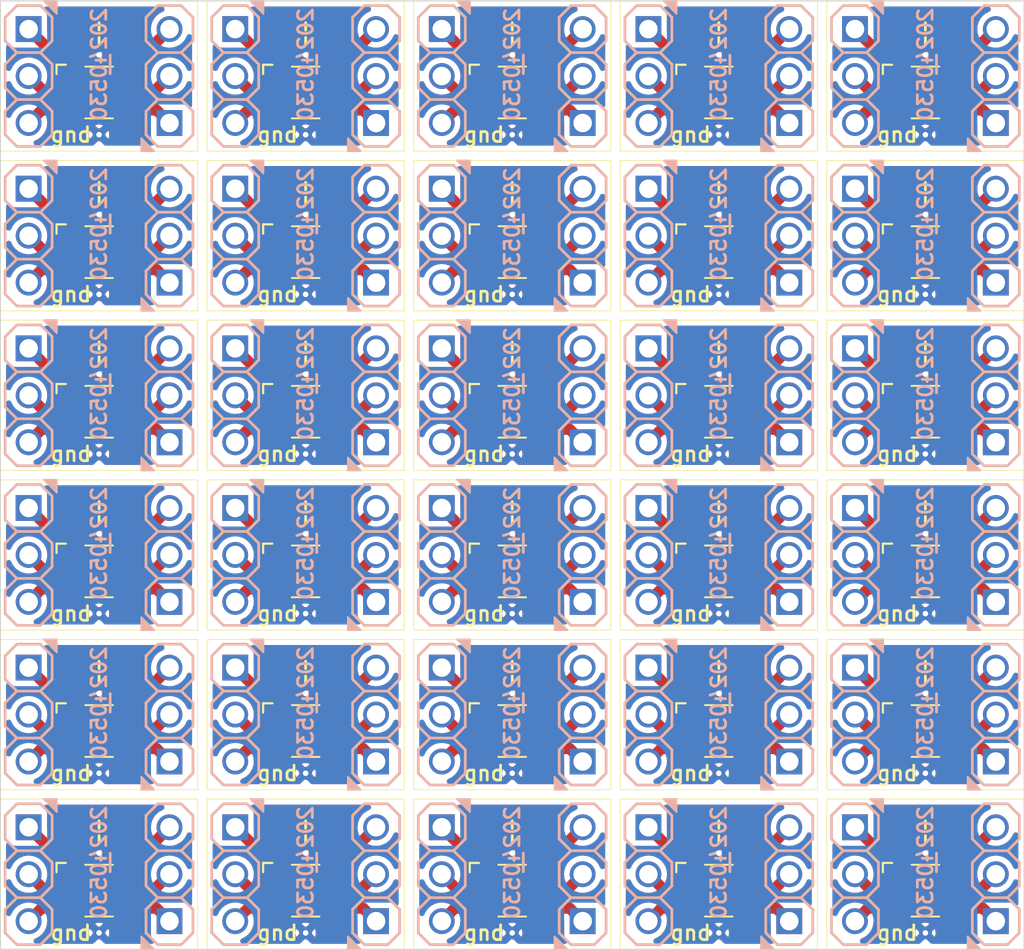
<source format=kicad_pcb>
(kicad_pcb (version 20221018) (generator pcbnew)
  (layers (0 "F.Cu" mixed) (31 "B.Cu" mixed) (34 "B.Paste" user) (35 "F.Paste" user) (36 "B.SilkS" user "B.Silkscreen") (37 "F.SilkS" user "F.Silkscreen") (38 "B.Mask" user) (39 "F.Mask" user) (44 "Edge.Cuts" user))
  (net 0 "")
  (net 1 "GND")
  (net 3 "Net-(J1-Pin_1)")
  (net 4 "Net-(J1-Pin_2)")
  (net 5 "Net-(J1-Pin_3)")
  (net 6 "Net-(J2-Pin_1)")
  (net 7 "Net-(J2-Pin_2)")
  (net 8 "Net-(J2-Pin_3)")
  (footprint "SquantorCapacitor:C_0805+0603" (layer "F.Cu") (at 81.534 60.706)
    (fp_text reference "C1" hide)
    (fp_text value "C" hide)
  )
  (footprint "SquantorCapacitor:C_0805+0603" (layer "F.Cu") (at 115.062 52.07)
    (fp_text reference "C1" hide)
    (fp_text value "C" hide)
  )
  (footprint "SquantorCapacitor:C_0805+0603" (layer "F.Cu") (at 81.534 69.342)
    (fp_text reference "C1" hide)
    (fp_text value "C" hide)
  )
  (footprint "SquantorCapacitor:C_0805+0603" (layer "F.Cu") (at 81.534 95.25)
    (fp_text reference "C1" hide)
    (fp_text value "C" hide)
  )
  (footprint "SquantorIC:SOT457_SC-74_SOT23-6_nexperia_hand" (layer "F.Cu") (at 115.062 81.153)
    (fp_text reference "U1" hide)
    (fp_text value "Generic_6pin_IC" hide)
  )
  (footprint "SquantorCapacitor:C_0805+0603" (layer "F.Cu") (at 81.534 77.978)
    (fp_text reference "C1" hide)
    (fp_text value "C" hide)
  )
  (footprint "SquantorTestPoints:TestPoint_hole_H03R07" (layer "F.Cu") (at 103.886 83.439)
    (fp_text reference "TP1" hide)
    (fp_text value "gnd")
  )
  (footprint "SquantorTestPoints:TestPoint_hole_H03R07" (layer "F.Cu") (at 81.534 92.075)
    (fp_text reference "TP1" hide)
    (fp_text value "gnd")
  )
  (footprint "SquantorCapacitor:C_0805+0603" (layer "F.Cu") (at 115.062 86.614)
    (fp_text reference "C1" hide)
    (fp_text value "C" hide)
  )
  (footprint "SquantorCapacitor:C_0805+0603" (layer "F.Cu") (at 115.062 60.706)
    (fp_text reference "C1" hide)
    (fp_text value "C" hide)
  )
  (footprint "SquantorCapacitor:C_0805+0603" (layer "F.Cu") (at 103.886 69.342)
    (fp_text reference "C1" hide)
    (fp_text value "C" hide)
  )
  (footprint "SquantorTestPoints:TestPoint_hole_H03R07" (layer "F.Cu") (at 92.71 66.167)
    (fp_text reference "TP1" hide)
    (fp_text value "gnd")
  )
  (footprint "SquantorIC:SOT457_SC-74_SOT23-6_nexperia_hand" (layer "F.Cu") (at 92.71 55.245)
    (fp_text reference "U1" hide)
    (fp_text value "Generic_6pin_IC" hide)
  )
  (footprint "SquantorTestPoints:TestPoint_hole_H03R07" (layer "F.Cu") (at 92.71 83.439)
    (fp_text reference "TP1" hide)
    (fp_text value "gnd")
  )
  (footprint "SquantorCapacitor:C_0805+0603" (layer "F.Cu") (at 81.534 86.614)
    (fp_text reference "C1" hide)
    (fp_text value "C" hide)
  )
  (footprint "SquantorCapacitor:C_0805+0603" (layer "F.Cu") (at 115.062 77.978)
    (fp_text reference "C1" hide)
    (fp_text value "C" hide)
  )
  (footprint "SquantorIC:SOT457_SC-74_SOT23-6_nexperia_hand" (layer "F.Cu") (at 126.238 98.425)
    (fp_text reference "U1" hide)
    (fp_text value "Generic_6pin_IC" hide)
  )
  (footprint "SquantorCapacitor:C_0805+0603" (layer "F.Cu") (at 92.71 60.706)
    (fp_text reference "C1" hide)
    (fp_text value "C" hide)
  )
  (footprint "SquantorIC:SOT457_SC-74_SOT23-6_nexperia_hand" (layer "F.Cu") (at 103.886 63.881)
    (fp_text reference "U1" hide)
    (fp_text value "Generic_6pin_IC" hide)
  )
  (footprint "SquantorTestPoints:TestPoint_hole_H03R07" (layer "F.Cu") (at 126.238 57.531)
    (fp_text reference "TP1" hide)
    (fp_text value "gnd")
  )
  (footprint "SquantorTestPoints:TestPoint_hole_H03R07" (layer "F.Cu") (at 81.534 100.711)
    (fp_text reference "TP1" hide)
    (fp_text value "gnd")
  )
  (footprint "SquantorIC:SOT457_SC-74_SOT23-6_nexperia_hand" (layer "F.Cu") (at 103.886 72.517)
    (fp_text reference "U1" hide)
    (fp_text value "Generic_6pin_IC" hide)
  )
  (footprint "SquantorIC:SOT457_SC-74_SOT23-6_nexperia_hand" (layer "F.Cu") (at 81.534 63.881)
    (fp_text reference "U1" hide)
    (fp_text value "Generic_6pin_IC" hide)
  )
  (footprint "SquantorTestPoints:TestPoint_hole_H03R07" (layer "F.Cu") (at 103.886 74.803)
    (fp_text reference "TP1" hide)
    (fp_text value "gnd")
  )
  (footprint "SquantorIC:SOT457_SC-74_SOT23-6_nexperia_hand" (layer "F.Cu") (at 92.71 63.881)
    (fp_text reference "U1" hide)
    (fp_text value "Generic_6pin_IC" hide)
  )
  (footprint "SquantorTestPoints:TestPoint_hole_H03R07" (layer "F.Cu") (at 81.534 83.439)
    (fp_text reference "TP1" hide)
    (fp_text value "gnd")
  )
  (footprint "SquantorIC:SOT457_SC-74_SOT23-6_nexperia_hand" (layer "F.Cu") (at 103.886 89.789)
    (fp_text reference "U1" hide)
    (fp_text value "Generic_6pin_IC" hide)
  )
  (footprint "SquantorIC:SOT457_SC-74_SOT23-6_nexperia_hand" (layer "F.Cu") (at 81.534 55.245)
    (fp_text reference "U1" hide)
    (fp_text value "Generic_6pin_IC" hide)
  )
  (footprint "SquantorTestPoints:TestPoint_hole_H03R07" (layer "F.Cu") (at 92.71 92.075)
    (fp_text reference "TP1" hide)
    (fp_text value "gnd")
  )
  (footprint "SquantorIC:SOT457_SC-74_SOT23-6_nexperia_hand" (layer "F.Cu") (at 92.71 89.789)
    (fp_text reference "U1" hide)
    (fp_text value "Generic_6pin_IC" hide)
  )
  (footprint "SquantorCapacitor:C_0805+0603" (layer "F.Cu") (at 103.886 95.25)
    (fp_text reference "C1" hide)
    (fp_text value "C" hide)
  )
  (footprint "SquantorIC:SOT457_SC-74_SOT23-6_nexperia_hand" (layer "F.Cu") (at 115.062 55.245)
    (fp_text reference "U1" hide)
    (fp_text value "Generic_6pin_IC" hide)
  )
  (footprint "SquantorIC:SOT457_SC-74_SOT23-6_nexperia_hand" (layer "F.Cu") (at 92.71 81.153)
    (fp_text reference "U1" hide)
    (fp_text value "Generic_6pin_IC" hide)
  )
  (footprint "SquantorTestPoints:TestPoint_hole_H03R07" (layer "F.Cu") (at 115.062 57.531)
    (fp_text reference "TP1" hide)
    (fp_text value "gnd")
  )
  (footprint "SquantorCapacitor:C_0805+0603" (layer "F.Cu") (at 126.238 69.342)
    (fp_text reference "C1" hide)
    (fp_text value "C" hide)
  )
  (footprint "SquantorIC:SOT457_SC-74_SOT23-6_nexperia_hand" (layer "F.Cu") (at 81.534 98.425)
    (fp_text reference "U1" hide)
    (fp_text value "Generic_6pin_IC" hide)
  )
  (footprint "SquantorIC:SOT457_SC-74_SOT23-6_nexperia_hand" (layer "F.Cu") (at 126.238 55.245)
    (fp_text reference "U1" hide)
    (fp_text value "Generic_6pin_IC" hide)
  )
  (footprint "SquantorCapacitor:C_0805+0603" (layer "F.Cu") (at 126.238 60.706)
    (fp_text reference "C1" hide)
    (fp_text value "C" hide)
  )
  (footprint "SquantorIC:SOT457_SC-74_SOT23-6_nexperia_hand" (layer "F.Cu") (at 126.238 81.153)
    (fp_text reference "U1" hide)
    (fp_text value "Generic_6pin_IC" hide)
  )
  (footprint "SquantorCapacitor:C_0805+0603" (layer "F.Cu") (at 115.062 95.25)
    (fp_text reference "C1" hide)
    (fp_text value "C" hide)
  )
  (footprint "SquantorTestPoints:TestPoint_hole_H03R07" (layer "F.Cu") (at 81.534 74.803)
    (fp_text reference "TP1" hide)
    (fp_text value "gnd")
  )
  (footprint "SquantorTestPoints:TestPoint_hole_H03R07" (layer "F.Cu") (at 103.886 100.711)
    (fp_text reference "TP1" hide)
    (fp_text value "gnd")
  )
  (footprint "SquantorTestPoints:TestPoint_hole_H03R07" (layer "F.Cu") (at 103.886 66.167)
    (fp_text reference "TP1" hide)
    (fp_text value "gnd")
  )
  (footprint "SquantorIC:SOT457_SC-74_SOT23-6_nexperia_hand" (layer "F.Cu") (at 115.062 63.881)
    (fp_text reference "U1" hide)
    (fp_text value "Generic_6pin_IC" hide)
  )
  (footprint "SquantorCapacitor:C_0805+0603" (layer "F.Cu") (at 92.71 77.978)
    (fp_text reference "C1" hide)
    (fp_text value "C" hide)
  )
  (footprint "SquantorTestPoints:TestPoint_hole_H03R07" (layer "F.Cu") (at 126.238 92.075)
    (fp_text reference "TP1" hide)
    (fp_text value "gnd")
  )
  (footprint "SquantorTestPoints:TestPoint_hole_H03R07" (layer "F.Cu") (at 126.238 100.711)
    (fp_text reference "TP1" hide)
    (fp_text value "gnd")
  )
  (footprint "SquantorIC:SOT457_SC-74_SOT23-6_nexperia_hand" (layer "F.Cu") (at 126.238 72.517)
    (fp_text reference "U1" hide)
    (fp_text value "Generic_6pin_IC" hide)
  )
  (footprint "SquantorTestPoints:TestPoint_hole_H03R07" (layer "F.Cu") (at 115.062 74.803)
    (fp_text reference "TP1" hide)
    (fp_text value "gnd")
  )
  (footprint "SquantorIC:SOT457_SC-74_SOT23-6_nexperia_hand" (layer "F.Cu") (at 115.062 72.517)
    (fp_text reference "U1" hide)
    (fp_text value "Generic_6pin_IC" hide)
  )
  (footprint "SquantorCapacitor:C_0805+0603" (layer "F.Cu") (at 126.238 77.978)
    (fp_text reference "C1" hide)
    (fp_text value "C" hide)
  )
  (footprint "SquantorTestPoints:TestPoint_hole_H03R07" (layer "F.Cu") (at 126.238 66.167)
    (fp_text reference "TP1" hide)
    (fp_text value "gnd")
  )
  (footprint "SquantorIC:SOT457_SC-74_SOT23-6_nexperia_hand" (layer "F.Cu") (at 81.534 81.153)
    (fp_text reference "U1" hide)
    (fp_text value "Generic_6pin_IC" hide)
  )
  (footprint "SquantorTestPoints:TestPoint_hole_H03R07" (layer "F.Cu") (at 92.71 57.531)
    (fp_text reference "TP1" hide)
    (fp_text value "gnd")
  )
  (footprint "SquantorCapacitor:C_0805+0603" (layer "F.Cu") (at 126.238 95.25)
    (fp_text reference "C1" hide)
    (fp_text value "C" hide)
  )
  (footprint "SquantorCapacitor:C_0805+0603" (layer "F.Cu") (at 103.886 86.614)
    (fp_text reference "C1" hide)
    (fp_text value "C" hide)
  )
  (footprint "SquantorIC:SOT457_SC-74_SOT23-6_nexperia_hand" (layer "F.Cu") (at 92.71 98.425)
    (fp_text reference "U1" hide)
    (fp_text value "Generic_6pin_IC" hide)
  )
  (footprint "SquantorIC:SOT457_SC-74_SOT23-6_nexperia_hand" (layer "F.Cu") (at 92.71 72.517)
    (fp_text reference "U1" hide)
    (fp_text value "Generic_6pin_IC" hide)
  )
  (footprint "SquantorCapacitor:C_0805+0603" (layer "F.Cu") (at 126.238 52.07)
    (fp_text reference "C1" hide)
    (fp_text value "C" hide)
  )
  (footprint "SquantorTestPoints:TestPoint_hole_H03R07" (layer "F.Cu") (at 103.886 92.075)
    (fp_text reference "TP1" hide)
    (fp_text value "gnd")
  )
  (footprint "SquantorTestPoints:TestPoint_hole_H03R07" (layer "F.Cu") (at 115.062 83.439)
    (fp_text reference "TP1" hide)
    (fp_text value "gnd")
  )
  (footprint "SquantorIC:SOT457_SC-74_SOT23-6_nexperia_hand" (layer "F.Cu") (at 103.886 98.425)
    (fp_text reference "U1" hide)
    (fp_text value "Generic_6pin_IC" hide)
  )
  (footprint "SquantorCapacitor:C_0805+0603" (layer "F.Cu") (at 92.71 69.342)
    (fp_text reference "C1" hide)
    (fp_text value "C" hide)
  )
  (footprint "SquantorCapacitor:C_0805+0603" (layer "F.Cu") (at 92.71 95.25)
    (fp_text reference "C1" hide)
    (fp_text value "C" hide)
  )
  (footprint "SquantorCapacitor:C_0805+0603" (layer "F.Cu") (at 115.062 69.342)
    (fp_text reference "C1" hide)
    (fp_text value "C" hide)
  )
  (footprint "SquantorTestPoints:TestPoint_hole_H03R07" (layer "F.Cu") (at 81.534 57.531)
    (fp_text reference "TP1" hide)
    (fp_text value "gnd")
  )
  (footprint "SquantorTestPoints:TestPoint_hole_H03R07" (layer "F.Cu") (at 103.886 57.531)
    (fp_text reference "TP1" hide)
    (fp_text value "gnd")
  )
  (footprint "SquantorTestPoints:TestPoint_hole_H03R07" (layer "F.Cu") (at 115.062 92.075)
    (fp_text reference "TP1" hide)
    (fp_text value "gnd")
  )
  (footprint "SquantorIC:SOT457_SC-74_SOT23-6_nexperia_hand" (layer "F.Cu") (at 81.534 72.517)
    (fp_text reference "U1" hide)
    (fp_text value "Generic_6pin_IC" hide)
  )
  (footprint "SquantorIC:SOT457_SC-74_SOT23-6_nexperia_hand" (layer "F.Cu") (at 126.238 63.881)
    (fp_text reference "U1" hide)
    (fp_text value "Generic_6pin_IC" hide)
  )
  (footprint "SquantorIC:SOT457_SC-74_SOT23-6_nexperia_hand" (layer "F.Cu") (at 115.062 89.789)
    (fp_text reference "U1" hide)
    (fp_text value "Generic_6pin_IC" hide)
  )
  (footprint "SquantorCapacitor:C_0805+0603" (layer "F.Cu") (at 103.886 77.978)
    (fp_text reference "C1" hide)
    (fp_text value "C" hide)
  )
  (footprint "SquantorTestPoints:TestPoint_hole_H03R07" (layer "F.Cu") (at 115.062 66.167)
    (fp_text reference "TP1" hide)
    (fp_text value "gnd")
  )
  (footprint "SquantorIC:SOT457_SC-74_SOT23-6_nexperia_hand" (layer "F.Cu") (at 81.534 89.789)
    (fp_text reference "U1" hide)
    (fp_text value "Generic_6pin_IC" hide)
  )
  (footprint "SquantorIC:SOT457_SC-74_SOT23-6_nexperia_hand" (layer "F.Cu") (at 115.062 98.425)
    (fp_text reference "U1" hide)
    (fp_text value "Generic_6pin_IC" hide)
  )
  (footprint "SquantorIC:SOT457_SC-74_SOT23-6_nexperia_hand" (layer "F.Cu") (at 126.238 89.789)
    (fp_text reference "U1" hide)
    (fp_text value "Generic_6pin_IC" hide)
  )
  (footprint "SquantorCapacitor:C_0805+0603" (layer "F.Cu") (at 92.71 86.614)
    (fp_text reference "C1" hide)
    (fp_text value "C" hide)
  )
  (footprint "SquantorTestPoints:TestPoint_hole_H03R07" (layer "F.Cu") (at 126.238 74.803)
    (fp_text reference "TP1" hide)
    (fp_text value "gnd")
  )
  (footprint "SquantorTestPoints:TestPoint_hole_H03R07" (layer "F.Cu") (at 92.71 100.711)
    (fp_text reference "TP1" hide)
    (fp_text value "gnd")
  )
  (footprint "SquantorTestPoints:TestPoint_hole_H03R07" (layer "F.Cu") (at 115.062 100.711)
    (fp_text reference "TP1" hide)
    (fp_text value "gnd")
  )
  (footprint "SquantorCapacitor:C_0805+0603" (layer "F.Cu") (at 81.534 52.07)
    (fp_text reference "C1" hide)
    (fp_text value "C" hide)
  )
  (footprint "SquantorTestPoints:TestPoint_hole_H03R07" (layer "F.Cu") (at 126.238 83.439)
    (fp_text reference "TP1" hide)
    (fp_text value "gnd")
  )
  (footprint "SquantorCapacitor:C_0805+0603" (layer "F.Cu") (at 126.238 86.614)
    (fp_text reference "C1" hide)
    (fp_text value "C" hide)
  )
  (footprint "SquantorTestPoints:TestPoint_hole_H03R07" (layer "F.Cu") (at 92.71 74.803)
    (fp_text reference "TP1" hide)
    (fp_text value "gnd")
  )
  (footprint "SquantorTestPoints:TestPoint_hole_H03R07" (layer "F.Cu") (at 81.534 66.167)
    (fp_text reference "TP1" hide)
    (fp_text value "gnd")
  )
  (footprint "SquantorIC:SOT457_SC-74_SOT23-6_nexperia_hand" (layer "F.Cu") (at 103.886 55.245)
    (fp_text reference "U1" hide)
    (fp_text value "Generic_6pin_IC" hide)
  )
  (footprint "SquantorCapacitor:C_0805+0603" (layer "F.Cu") (at 103.886 60.706)
    (fp_text reference "C1" hide)
    (fp_text value "C" hide)
  )
  (footprint "SquantorCapacitor:C_0805+0603" (layer "F.Cu") (at 92.71 52.07)
    (fp_text reference "C1" hide)
    (fp_text value "C" hide)
  )
  (footprint "SquantorCapacitor:C_0805+0603" (layer "F.Cu") (at 103.886 52.07)
    (fp_text reference "C1" hide)
    (fp_text value "C" hide)
  )
  (footprint "SquantorIC:SOT457_SC-74_SOT23-6_nexperia_hand" (layer "F.Cu") (at 103.886 81.153)
    (fp_text reference "U1" hide)
    (fp_text value "Generic_6pin_IC" hide)
  )
  (footprint "SquantorConnectors:Header-0254-1X03-H010" (layer "B.Cu") (at 85.344 71.628 90)
    (fp_text reference "J2" hide)
    (fp_text value "Conn_01x03" hide)
  )
  (footprint "SquantorConnectors:Header-0254-1X03-H010" (layer "B.Cu") (at 88.9 80.264 -90)
    (fp_text reference "J1" hide)
    (fp_text value "Conn_01x03" hide)
  )
  (footprint "SquantorLabels:Label_Generic" (layer "B.Cu") (at 126.238 88.265 -90)
    (fp_text reference "N1" hide)
    (fp_text value "20240530")
  )
  (footprint "SquantorConnectors:Header-0254-1X03-H010" (layer "B.Cu") (at 122.428 88.9 -90)
    (fp_text reference "J1" hide)
    (fp_text value "Conn_01x03" hide)
  )
  (footprint "SquantorConnectors:Header-0254-1X03-H010" (layer "B.Cu") (at 77.724 54.356 -90)
    (fp_text reference "J1" hide)
    (fp_text value "Conn_01x03" hide)
  )
  (footprint "SquantorConnectors:Header-0254-1X03-H010" (layer "B.Cu") (at 111.252 71.628 -90)
    (fp_text reference "J1" hide)
    (fp_text value "Conn_01x03" hide)
  )
  (footprint "SquantorConnectors:Header-0254-1X03-H010" (layer "B.Cu") (at 77.724 88.9 -90)
    (fp_text reference "J1" hide)
    (fp_text value "Conn_01x03" hide)
  )
  (footprint "SquantorConnectors:Header-0254-1X03-H010" (layer "B.Cu") (at 130.048 88.9 90)
    (fp_text reference "J2" hide)
    (fp_text value "Conn_01x03" hide)
  )
  (footprint "SquantorConnectors:Header-0254-1X03-H010" (layer "B.Cu") (at 96.52 97.536 90)
    (fp_text reference "J2" hide)
    (fp_text value "Conn_01x03" hide)
  )
  (footprint "SquantorConnectors:Header-0254-1X03-H010" (layer "B.Cu") (at 118.872 54.356 90)
    (fp_text reference "J2" hide)
    (fp_text value "Conn_01x03" hide)
  )
  (footprint "SquantorConnectors:Header-0254-1X03-H010" (layer "B.Cu") (at 100.076 88.9 -90)
    (fp_text reference "J1" hide)
    (fp_text value "Conn_01x03" hide)
  )
  (footprint "SquantorConnectors:Header-0254-1X03-H010" (layer "B.Cu") (at 100.076 62.992 -90)
    (fp_text reference "J1" hide)
    (fp_text value "Conn_01x03" hide)
  )
  (footprint "SquantorLabels:Label_Generic" (layer "B.Cu") (at 92.71 79.629 -90)
    (fp_text reference "N1" hide)
    (fp_text value "20240530")
  )
  (footprint "SquantorLabels:Label_Generic" (layer "B.Cu") (at 126.238 79.629 -90)
    (fp_text reference "N1" hide)
    (fp_text value "20240530")
  )
  (footprint "SquantorConnectors:Header-0254-1X03-H010" (layer "B.Cu") (at 122.428 54.356 -90)
    (fp_text reference "J1" hide)
    (fp_text value "Conn_01x03" hide)
  )
  (footprint "SquantorLabels:Label_Generic" (layer "B.Cu") (at 115.062 79.629 -90)
    (fp_text reference "N1" hide)
    (fp_text value "20240530")
  )
  (footprint "SquantorLabels:Label_Generic" (layer "B.Cu") (at 103.886 70.993 -90)
    (fp_text reference "N1" hide)
    (fp_text value "20240530")
  )
  (footprint "SquantorConnectors:Header-0254-1X03-H010" (layer "B.Cu") (at 85.344 62.992 90)
    (fp_text reference "J2" hide)
    (fp_text value "Conn_01x03" hide)
  )
  (footprint "SquantorConnectors:Header-0254-1X03-H010" (layer "B.Cu") (at 130.048 54.356 90)
    (fp_text reference "J2" hide)
    (fp_text value "Conn_01x03" hide)
  )
  (footprint "SquantorLabels:Label_Generic" (layer "B.Cu") (at 103.886 62.357 -90)
    (fp_text reference "N1" hide)
    (fp_text value "20240530")
  )
  (footprint "SquantorConnectors:Header-0254-1X03-H010" (layer "B.Cu") (at 111.252 88.9 -90)
    (fp_text reference "J1" hide)
    (fp_text value "Conn_01x03" hide)
  )
  (footprint "SquantorLabels:Label_Generic" (layer "B.Cu") (at 103.886 53.721 -90)
    (fp_text reference "N1" hide)
    (fp_text value "20240530")
  )
  (footprint "SquantorConnectors:Header-0254-1X03-H010" (layer "B.Cu") (at 88.9 62.992 -90)
    (fp_text reference "J1" hide)
    (fp_text value "Conn_01x03" hide)
  )
  (footprint "SquantorConnectors:Header-0254-1X03-H010" (layer "B.Cu") (at 111.252 97.536 -90)
    (fp_text reference "J1" hide)
    (fp_text value "Conn_01x03" hide)
  )
  (footprint "SquantorConnectors:Header-0254-1X03-H010" (layer "B.Cu") (at 96.52 54.356 90)
    (fp_text reference "J2" hide)
    (fp_text value "Conn_01x03" hide)
  )
  (footprint "SquantorLabels:Label_Generic" (layer "B.Cu") (at 126.238 62.357 -90)
    (fp_text reference "N1" hide)
    (fp_text value "20240530")
  )
  (footprint "SquantorLabels:Label_Generic" (layer "B.Cu") (at 92.71 53.721 -90)
    (fp_text reference "N1" hide)
    (fp_text value "20240530")
  )
  (footprint "SquantorLabels:Label_Generic" (layer "B.Cu") (at 81.534 62.357 -90)
    (fp_text reference "N1" hide)
    (fp_text value "20240530")
  )
  (footprint "SquantorConnectors:Header-0254-1X03-H010" (layer "B.Cu") (at 107.696 88.9 90)
    (fp_text reference "J2" hide)
    (fp_text value "Conn_01x03" hide)
  )
  (footprint "SquantorConnectors:Header-0254-1X03-H010" (layer "B.Cu") (at 130.048 62.992 90)
    (fp_text reference "J2" hide)
    (fp_text value "Conn_01x03" hide)
  )
  (footprint "SquantorConnectors:Header-0254-1X03-H010" (layer "B.Cu") (at 107.696 80.264 90)
    (fp_text reference "J2" hide)
    (fp_text value "Conn_01x03" hide)
  )
  (footprint "SquantorLabels:Label_Generic" (layer "B.Cu") (at 115.062 88.265 -90)
    (fp_text reference "N1" hide)
    (fp_text value "20240530")
  )
  (footprint "SquantorConnectors:Header-0254-1X03-H010" (layer "B.Cu") (at 107.696 62.992 90)
    (fp_text reference "J2" hide)
    (fp_text value "Conn_01x03" hide)
  )
  (footprint "SquantorConnectors:Header-0254-1X03-H010" (layer "B.Cu") (at 77.724 71.628 -90)
    (fp_text reference "J1" hide)
    (fp_text value "Conn_01x03" hide)
  )
  (footprint "SquantorConnectors:Header-0254-1X03-H010" (layer "B.Cu") (at 100.076 54.356 -90)
    (fp_text reference "J1" hide)
    (fp_text value "Conn_01x03" hide)
  )
  (footprint "SquantorConnectors:Header-0254-1X03-H010" (layer "B.Cu") (at 96.52 71.628 90)
    (fp_text reference "J2" hide)
    (fp_text value "Conn_01x03" hide)
  )
  (footprint "SquantorLabels:Label_Generic" (layer "B.Cu") (at 81.534 53.721 -90)
    (fp_text reference "N1" hide)
    (fp_text value "20240530")
  )
  (footprint "SquantorLabels:Label_Generic" (layer "B.Cu") (at 126.238 53.721 -90)
    (fp_text reference "N1" hide)
    (fp_text value "20240530")
  )
  (footprint "SquantorConnectors:Header-0254-1X03-H010" (layer "B.Cu") (at 96.52 88.9 90)
    (fp_text reference "J2" hide)
    (fp_text value "Conn_01x03" hide)
  )
  (footprint "SquantorConnectors:Header-0254-1X03-H010" (layer "B.Cu") (at 88.9 88.9 -90)
    (fp_text reference "J1" hide)
    (fp_text value "Conn_01x03" hide)
  )
  (footprint "SquantorConnectors:Header-0254-1X03-H010" (layer "B.Cu") (at 118.872 88.9 90)
    (fp_text reference "J2" hide)
    (fp_text value "Conn_01x03" hide)
  )
  (footprint "SquantorLabels:Label_Generic" (layer "B.Cu") (at 103.886 79.629 -90)
    (fp_text reference "N1" hide)
    (fp_text value "20240530")
  )
  (footprint "SquantorConnectors:Header-0254-1X03-H010" (layer "B.Cu") (at 85.344 54.356 90)
    (fp_text reference "J2" hide)
    (fp_text value "Conn_01x03" hide)
  )
  (footprint "SquantorConnectors:Header-0254-1X03-H010" (layer "B.Cu") (at 118.872 62.992 90)
    (fp_text reference "J2" hide)
    (fp_text value "Conn_01x03" hide)
  )
  (footprint "SquantorLabels:Label_Generic" (layer "B.Cu") (at 115.062 70.993 -90)
    (fp_text reference "N1" hide)
    (fp_text value "20240530")
  )
  (footprint "SquantorLabels:Label_Generic" (layer "B.Cu") (at 126.238 96.901 -90)
    (fp_text reference "N1" hide)
    (fp_text value "20240530")
  )
  (footprint "SquantorLabels:Label_Generic" (layer "B.Cu") (at 103.886 88.265 -90)
    (fp_text reference "N1" hide)
    (fp_text value "20240530")
  )
  (footprint "SquantorConnectors:Header-0254-1X03-H010" (layer "B.Cu") (at 122.428 62.992 -90)
    (fp_text reference "J1" hide)
    (fp_text value "Conn_01x03" hide)
  )
  (footprint "SquantorLabels:Label_Generic" (layer "B.Cu") (at 81.534 88.265 -90)
    (fp_text reference "N1" hide)
    (fp_text value "20240530")
  )
  (footprint "SquantorConnectors:Header-0254-1X03-H010" (layer "B.Cu") (at 111.252 62.992 -90)
    (fp_text reference "J1" hide)
    (fp_text value "Conn_01x03" hide)
  )
  (footprint "SquantorConnectors:Header-0254-1X03-H010" (layer "B.Cu") (at 85.344 88.9 90)
    (fp_text reference "J2" hide)
    (fp_text value "Conn_01x03" hide)
  )
  (footprint "SquantorConnectors:Header-0254-1X03-H010" (layer "B.Cu") (at 118.872 80.264 90)
    (fp_text reference "J2" hide)
    (fp_text value "Conn_01x03" hide)
  )
  (footprint "SquantorConnectors:Header-0254-1X03-H010" (layer "B.Cu") (at 130.048 80.264 90)
    (fp_text reference "J2" hide)
    (fp_text value "Conn_01x03" hide)
  )
  (footprint "SquantorLabels:Label_Generic" (layer "B.Cu") (at 115.062 96.901 -90)
    (fp_text reference "N1" hide)
    (fp_text value "20240530")
  )
  (footprint "SquantorConnectors:Header-0254-1X03-H010" (layer "B.Cu") (at 96.52 62.992 90)
    (fp_text reference "J2" hide)
    (fp_text value "Conn_01x03" hide)
  )
  (footprint "SquantorConnectors:Header-0254-1X03-H010" (layer "B.Cu") (at 85.344 97.536 90)
    (fp_text reference "J2" hide)
    (fp_text value "Conn_01x03" hide)
  )
  (footprint "SquantorConnectors:Header-0254-1X03-H010" (layer "B.Cu") (at 100.076 71.628 -90)
    (fp_text reference "J1" hide)
    (fp_text value "Conn_01x03" hide)
  )
  (footprint "SquantorConnectors:Header-0254-1X03-H010" (layer "B.Cu") (at 77.724 62.992 -90)
    (fp_text reference "J1" hide)
    (fp_text value "Conn_01x03" hide)
  )
  (footprint "SquantorConnectors:Header-0254-1X03-H010" (layer "B.Cu") (at 118.872 97.536 90)
    (fp_text reference "J2" hide)
    (fp_text value "Conn_01x03" hide)
  )
  (footprint "SquantorConnectors:Header-0254-1X03-H010" (layer "B.Cu") (at 77.724 80.264 -90)
    (fp_text reference "J1" hide)
    (fp_text value "Conn_01x03" hide)
  )
  (footprint "SquantorLabels:Label_Generic" (layer "B.Cu") (at 81.534 70.993 -90)
    (fp_text reference "N1" hide)
    (fp_text value "20240530")
  )
  (footprint "SquantorConnectors:Header-0254-1X03-H010" (layer "B.Cu") (at 122.428 71.628 -90)
    (fp_text reference "J1" hide)
    (fp_text value "Conn_01x03" hide)
  )
  (footprint "SquantorConnectors:Header-0254-1X03-H010" (layer "B.Cu") (at 107.696 97.536 90)
    (fp_text reference "J2" hide)
    (fp_text value "Conn_01x03" hide)
  )
  (footprint "SquantorConnectors:Header-0254-1X03-H010" (layer "B.Cu") (at 111.252 80.264 -90)
    (fp_text reference "J1" hide)
    (fp_text value "Conn_01x03" hide)
  )
  (footprint "SquantorConnectors:Header-0254-1X03-H010" (layer "B.Cu") (at 118.872 71.628 90)
    (fp_text reference "J2" hide)
    (fp_text value "Conn_01x03" hide)
  )
  (footprint "SquantorLabels:Label_Generic" (layer "B.Cu") (at 92.71 88.265 -90)
    (fp_text reference "N1" hide)
    (fp_text value "20240530")
  )
  (footprint "SquantorConnectors:Header-0254-1X03-H010" (layer "B.Cu") (at 96.52 80.264 90)
    (fp_text reference "J2" hide)
    (fp_text value "Conn_01x03" hide)
  )
  (footprint "SquantorConnectors:Header-0254-1X03-H010" (layer "B.Cu") (at 88.9 54.356 -90)
    (fp_text reference "J1" hide)
    (fp_text value "Conn_01x03" hide)
  )
  (footprint "SquantorLabels:Label_Generic" (layer "B.Cu") (at 115.062 53.721 -90)
    (fp_text reference "N1" hide)
    (fp_text value "20240530")
  )
  (footprint "SquantorLabels:Label_Generic" (layer "B.Cu") (at 92.71 96.901 -90)
    (fp_text reference "N1" hide)
    (fp_text value "20240530")
  )
  (footprint "SquantorLabels:Label_Generic" (layer "B.Cu") (at 103.886 96.901 -90)
    (fp_text reference "N1" hide)
    (fp_text value "20240530")
  )
  (footprint "SquantorConnectors:Header-0254-1X03-H010" (layer "B.Cu") (at 122.428 97.536 -90)
    (fp_text reference "J1" hide)
    (fp_text value "Conn_01x03" hide)
  )
  (footprint "SquantorConnectors:Header-0254-1X03-H010" (layer "B.Cu") (at 100.076 97.536 -90)
    (fp_text reference "J1" hide)
    (fp_text value "Conn_01x03" hide)
  )
  (footprint "SquantorConnectors:Header-0254-1X03-H010" (layer "B.Cu") (at 130.048 71.628 90)
    (fp_text reference "J2" hide)
    (fp_text value "Conn_01x03" hide)
  )
  (footprint "SquantorConnectors:Header-0254-1X03-H010" (layer "B.Cu") (at 100.076 80.264 -90)
    (fp_text reference "J1" hide)
    (fp_text value "Conn_01x03" hide)
  )
  (footprint "SquantorLabels:Label_Generic" (layer "B.Cu") (at 81.534 96.901 -90)
    (fp_text reference "N1" hide)
    (fp_text value "20240530")
  )
  (footprint "SquantorConnectors:Header-0254-1X03-H010" (layer "B.Cu") (at 88.9 97.536 -90)
    (fp_text reference "J1" hide)
    (fp_text value "Conn_01x03" hide)
  )
  (footprint "SquantorLabels:Label_Generic" (layer "B.Cu") (at 115.062 62.357 -90)
    (fp_text reference "N1" hide)
    (fp_text value "20240530")
  )
  (footprint "SquantorConnectors:Header-0254-1X03-H010" (layer "B.Cu") (at 88.9 71.628 -90)
    (fp_text reference "J1" hide)
    (fp_text value "Conn_01x03" hide)
  )
  (footprint "SquantorConnectors:Header-0254-1X03-H010" (layer "B.Cu") (at 122.428 80.264 -90)
    (fp_text reference "J1" hide)
    (fp_text value "Conn_01x03" hide)
  )
  (footprint "SquantorConnectors:Header-0254-1X03-H010" (layer "B.Cu") (at 130.048 97.536 90)
    (fp_text reference "J2" hide)
    (fp_text value "Conn_01x03" hide)
  )
  (footprint "SquantorConnectors:Header-0254-1X03-H010" (layer "B.Cu") (at 111.252 54.356 -90)
    (fp_text reference "J1" hide)
    (fp_text value "Conn_01x03" hide)
  )
  (footprint "SquantorLabels:Label_Generic" (layer "B.Cu") (at 92.71 70.993 -90)
    (fp_text reference "N1" hide)
    (fp_text value "20240530")
  )
  (footprint "SquantorLabels:Label_Generic" (layer "B.Cu") (at 92.71 62.357 -90)
    (fp_text reference "N1" hide)
    (fp_text value "20240530")
  )
  (footprint "SquantorConnectors:Header-0254-1X03-H010" (layer "B.Cu") (at 77.724 97.536 -90)
    (fp_text reference "J1" hide)
    (fp_text value "Conn_01x03" hide)
  )
  (footprint "SquantorConnectors:Header-0254-1X03-H010" (layer "B.Cu") (at 85.344 80.264 90)
    (fp_text reference "J2" hide)
    (fp_text value "Conn_01x03" hide)
  )
  (footprint "SquantorLabels:Label_Generic" (layer "B.Cu") (at 81.534 79.629 -90)
    (fp_text reference "N1" hide)
    (fp_text value "20240530")
  )
  (footprint "SquantorLabels:Label_Generic" (layer "B.Cu") (at 126.238 70.993 -90)
    (fp_text reference "N1" hide)
    (fp_text value "20240530")
  )
  (footprint "SquantorConnectors:Header-0254-1X03-H010" (layer "B.Cu") (at 107.696 54.356 90)
    (fp_text reference "J2" hide)
    (fp_text value "Conn_01x03" hide)
  )
  (footprint "SquantorConnectors:Header-0254-1X03-H010" (layer "B.Cu") (at 107.696 71.628 90)
    (fp_text reference "J2" hide)
    (fp_text value "Conn_01x03" hide)
  )
  (gr_line (start 87.376 58.42) (end 98.044 58.42) (stroke (width 0.05)) (layer "F.SilkS"))
  (gr_line (start 109.22 93.472) (end 98.552 93.472) (stroke (width 0.05)) (layer "F.SilkS"))
  (gr_line (start 120.396 93.472) (end 109.728 93.472) (stroke (width 0.05)) (layer "F.SilkS"))
  (gr_line (start 120.904 76.2) (end 120.904 84.328) (stroke (width 0.05)) (layer "F.SilkS"))
  (gr_line (start 98.044 76.2) (end 87.376 76.2) (stroke (width 0.05)) (layer "F.SilkS"))
  (gr_line (start 86.868 67.564) (end 76.2 67.564) (stroke (width 0.05)) (layer "F.SilkS"))
  (gr_line (start 87.376 67.056) (end 98.044 67.056) (stroke (width 0.05)) (layer "F.SilkS"))
  (gr_line (start 109.728 84.328) (end 120.396 84.328) (stroke (width 0.05)) (layer "F.SilkS"))
  (gr_line (start 120.396 50.292) (end 109.728 50.292) (stroke (width 0.05)) (layer "F.SilkS"))
  (gr_line (start 76.2 101.6) (end 86.868 101.6) (stroke (width 0.05)) (layer "F.SilkS"))
  (gr_line (start 120.396 92.964) (end 120.396 84.836) (stroke (width 0.05)) (layer "F.SilkS"))
  (gr_line (start 131.572 84.836) (end 120.904 84.836) (stroke (width 0.05)) (layer "F.SilkS"))
  (gr_line (start 86.868 76.2) (end 76.2 76.2) (stroke (width 0.05)) (layer "F.SilkS"))
  (gr_line (start 120.396 67.564) (end 109.728 67.564) (stroke (width 0.05)) (layer "F.SilkS"))
  (gr_line (start 109.22 58.42) (end 109.22 50.292) (stroke (width 0.05)) (layer "F.SilkS"))
  (gr_line (start 131.572 67.564) (end 120.904 67.564) (stroke (width 0.05)) (layer "F.SilkS"))
  (gr_line (start 109.22 92.964) (end 109.22 84.836) (stroke (width 0.05)) (layer "F.SilkS"))
  (gr_line (start 76.2 50.292) (end 76.2 58.42) (stroke (width 0.05)) (layer "F.SilkS"))
  (gr_line (start 98.044 67.564) (end 87.376 67.564) (stroke (width 0.05)) (layer "F.SilkS"))
  (gr_line (start 109.728 67.056) (end 120.396 67.056) (stroke (width 0.05)) (layer "F.SilkS"))
  (gr_line (start 98.044 50.292) (end 87.376 50.292) (stroke (width 0.05)) (layer "F.SilkS"))
  (gr_line (start 86.868 92.964) (end 86.868 84.836) (stroke (width 0.05)) (layer "F.SilkS"))
  (gr_line (start 76.2 84.836) (end 76.2 92.964) (stroke (width 0.05)) (layer "F.SilkS"))
  (gr_line (start 86.868 58.42) (end 86.868 50.292) (stroke (width 0.05)) (layer "F.SilkS"))
  (gr_line (start 120.904 84.328) (end 131.572 84.328) (stroke (width 0.05)) (layer "F.SilkS"))
  (gr_line (start 120.904 58.42) (end 131.572 58.42) (stroke (width 0.05)) (layer "F.SilkS"))
  (gr_line (start 98.044 84.328) (end 98.044 76.2) (stroke (width 0.05)) (layer "F.SilkS"))
  (gr_line (start 120.904 75.692) (end 131.572 75.692) (stroke (width 0.05)) (layer "F.SilkS"))
  (gr_line (start 131.572 84.328) (end 131.572 76.2) (stroke (width 0.05)) (layer "F.SilkS"))
  (gr_line (start 120.904 101.6) (end 131.572 101.6) (stroke (width 0.05)) (layer "F.SilkS"))
  (gr_line (start 98.044 101.6) (end 98.044 93.472) (stroke (width 0.05)) (layer "F.SilkS"))
  (gr_line (start 98.044 67.056) (end 98.044 58.928) (stroke (width 0.05)) (layer "F.SilkS"))
  (gr_line (start 120.396 58.42) (end 120.396 50.292) (stroke (width 0.05)) (layer "F.SilkS"))
  (gr_line (start 87.376 84.328) (end 98.044 84.328) (stroke (width 0.05)) (layer "F.SilkS"))
  (gr_line (start 98.552 50.292) (end 98.552 58.42) (stroke (width 0.05)) (layer "F.SilkS"))
  (gr_line (start 76.2 75.692) (end 86.868 75.692) (stroke (width 0.05)) (layer "F.SilkS"))
  (gr_line (start 109.728 75.692) (end 120.396 75.692) (stroke (width 0.05)) (layer "F.SilkS"))
  (gr_line (start 131.572 50.292) (end 120.904 50.292) (stroke (width 0.05)) (layer "F.SilkS"))
  (gr_line (start 131.572 76.2) (end 120.904 76.2) (stroke (width 0.05)) (layer "F.SilkS"))
  (gr_line (start 87.376 67.564) (end 87.376 75.692) (stroke (width 0.05)) (layer "F.SilkS"))
  (gr_line (start 98.552 84.836) (end 98.552 92.964) (stroke (width 0.05)) (layer "F.SilkS"))
  (gr_line (start 120.396 75.692) (end 120.396 67.564) (stroke (width 0.05)) (layer "F.SilkS"))
  (gr_line (start 98.552 67.056) (end 109.22 67.056) (stroke (width 0.05)) (layer "F.SilkS"))
  (gr_line (start 120.904 50.292) (end 120.904 58.42) (stroke (width 0.05)) (layer "F.SilkS"))
  (gr_line (start 87.376 101.6) (end 98.044 101.6) (stroke (width 0.05)) (layer "F.SilkS"))
  (gr_line (start 120.904 92.964) (end 131.572 92.964) (stroke (width 0.05)) (layer "F.SilkS"))
  (gr_line (start 120.904 58.928) (end 120.904 67.056) (stroke (width 0.05)) (layer "F.SilkS"))
  (gr_line (start 131.572 58.928) (end 120.904 58.928) (stroke (width 0.05)) (layer "F.SilkS"))
  (gr_line (start 86.868 75.692) (end 86.868 67.564) (stroke (width 0.05)) (layer "F.SilkS"))
  (gr_line (start 87.376 92.964) (end 98.044 92.964) (stroke (width 0.05)) (layer "F.SilkS"))
  (gr_line (start 98.044 93.472) (end 87.376 93.472) (stroke (width 0.05)) (layer "F.SilkS"))
  (gr_line (start 76.2 92.964) (end 86.868 92.964) (stroke (width 0.05)) (layer "F.SilkS"))
  (gr_line (start 131.572 92.964) (end 131.572 84.836) (stroke (width 0.05)) (layer "F.SilkS"))
  (gr_line (start 98.552 84.328) (end 109.22 84.328) (stroke (width 0.05)) (layer "F.SilkS"))
  (gr_line (start 120.396 84.836) (end 109.728 84.836) (stroke (width 0.05)) (layer "F.SilkS"))
  (gr_line (start 109.728 101.6) (end 120.396 101.6) (stroke (width 0.05)) (layer "F.SilkS"))
  (gr_line (start 86.868 67.056) (end 86.868 58.928) (stroke (width 0.05)) (layer "F.SilkS"))
  (gr_line (start 131.572 75.692) (end 131.572 67.564) (stroke (width 0.05)) (layer "F.SilkS"))
  (gr_line (start 87.376 84.836) (end 87.376 92.964) (stroke (width 0.05)) (layer "F.SilkS"))
  (gr_line (start 87.376 58.928) (end 87.376 67.056) (stroke (width 0.05)) (layer "F.SilkS"))
  (gr_line (start 120.904 67.056) (end 131.572 67.056) (stroke (width 0.05)) (layer "F.SilkS"))
  (gr_line (start 120.396 101.6) (end 120.396 93.472) (stroke (width 0.05)) (layer "F.SilkS"))
  (gr_line (start 76.2 58.928) (end 76.2 67.056) (stroke (width 0.05)) (layer "F.SilkS"))
  (gr_line (start 98.552 67.564) (end 98.552 75.692) (stroke (width 0.05)) (layer "F.SilkS"))
  (gr_line (start 109.728 92.964) (end 120.396 92.964) (stroke (width 0.05)) (layer "F.SilkS"))
  (gr_line (start 98.044 84.836) (end 87.376 84.836) (stroke (width 0.05)) (layer "F.SilkS"))
  (gr_line (start 109.22 76.2) (end 98.552 76.2) (stroke (width 0.05)) (layer "F.SilkS"))
  (gr_line (start 86.868 93.472) (end 76.2 93.472) (stroke (width 0.05)) (layer "F.SilkS"))
  (gr_line (start 98.044 58.928) (end 87.376 58.928) (stroke (width 0.05)) (layer "F.SilkS"))
  (gr_line (start 98.552 93.472) (end 98.552 101.6) (stroke (width 0.05)) (layer "F.SilkS"))
  (gr_line (start 131.572 101.6) (end 131.572 93.472) (stroke (width 0.05)) (layer "F.SilkS"))
  (gr_line (start 109.22 58.928) (end 98.552 58.928) (stroke (width 0.05)) (layer "F.SilkS"))
  (gr_line (start 109.22 101.6) (end 109.22 93.472) (stroke (width 0.05)) (layer "F.SilkS"))
  (gr_line (start 109.728 76.2) (end 109.728 84.328) (stroke (width 0.05)) (layer "F.SilkS"))
  (gr_line (start 109.22 84.836) (end 98.552 84.836) (stroke (width 0.05)) (layer "F.SilkS"))
  (gr_line (start 86.868 84.836) (end 76.2 84.836) (stroke (width 0.05)) (layer "F.SilkS"))
  (gr_line (start 87.376 75.692) (end 98.044 75.692) (stroke (width 0.05)) (layer "F.SilkS"))
  (gr_line (start 86.868 50.292) (end 76.2 50.292) (stroke (width 0.05)) (layer "F.SilkS"))
  (gr_line (start 98.044 75.692) (end 98.044 67.564) (stroke (width 0.05)) (layer "F.SilkS"))
  (gr_line (start 120.396 58.928) (end 109.728 58.928) (stroke (width 0.05)) (layer "F.SilkS"))
  (gr_line (start 87.376 93.472) (end 87.376 101.6) (stroke (width 0.05)) (layer "F.SilkS"))
  (gr_line (start 98.552 75.692) (end 109.22 75.692) (stroke (width 0.05)) (layer "F.SilkS"))
  (gr_line (start 109.22 50.292) (end 98.552 50.292) (stroke (width 0.05)) (layer "F.SilkS"))
  (gr_line (start 120.396 67.056) (end 120.396 58.928) (stroke (width 0.05)) (layer "F.SilkS"))
  (gr_line (start 120.396 76.2) (end 109.728 76.2) (stroke (width 0.05)) (layer "F.SilkS"))
  (gr_line (start 76.2 67.056) (end 86.868 67.056) (stroke (width 0.05)) (layer "F.SilkS"))
  (gr_line (start 131.572 58.42) (end 131.572 50.292) (stroke (width 0.05)) (layer "F.SilkS"))
  (gr_line (start 120.904 93.472) (end 120.904 101.6) (stroke (width 0.05)) (layer "F.SilkS"))
  (gr_line (start 109.728 58.928) (end 109.728 67.056) (stroke (width 0.05)) (layer "F.SilkS"))
  (gr_line (start 76.2 67.564) (end 76.2 75.692) (stroke (width 0.05)) (layer "F.SilkS"))
  (gr_line (start 86.868 84.328) (end 86.868 76.2) (stroke (width 0.05)) (layer "F.SilkS"))
  (gr_line (start 76.2 84.328) (end 86.868 84.328) (stroke (width 0.05)) (layer "F.SilkS"))
  (gr_line (start 87.376 76.2) (end 87.376 84.328) (stroke (width 0.05)) (layer "F.SilkS"))
  (gr_line (start 109.728 58.42) (end 120.396 58.42) (stroke (width 0.05)) (layer "F.SilkS"))
  (gr_line (start 76.2 93.472) (end 76.2 101.6) (stroke (width 0.05)) (layer "F.SilkS"))
  (gr_line (start 120.396 84.328) (end 120.396 76.2) (stroke (width 0.05)) (layer "F.SilkS"))
  (gr_line (start 109.728 93.472) (end 109.728 101.6) (stroke (width 0.05)) (layer "F.SilkS"))
  (gr_line (start 76.2 76.2) (end 76.2 84.328) (stroke (width 0.05)) (layer "F.SilkS"))
  (gr_line (start 98.044 92.964) (end 98.044 84.836) (stroke (width 0.05)) (layer "F.SilkS"))
  (gr_line (start 98.552 92.964) (end 109.22 92.964) (stroke (width 0.05)) (layer "F.SilkS"))
  (gr_line (start 109.728 84.836) (end 109.728 92.964) (stroke (width 0.05)) (layer "F.SilkS"))
  (gr_line (start 98.552 58.928) (end 98.552 67.056) (stroke (width 0.05)) (layer "F.SilkS"))
  (gr_line (start 98.552 76.2) (end 98.552 84.328) (stroke (width 0.05)) (layer "F.SilkS"))
  (gr_line (start 109.728 67.564) (end 109.728 75.692) (stroke (width 0.05)) (layer "F.SilkS"))
  (gr_line (start 109.728 50.292) (end 109.728 58.42) (stroke (width 0.05)) (layer "F.SilkS"))
  (gr_line (start 98.552 101.6) (end 109.22 101.6) (stroke (width 0.05)) (layer "F.SilkS"))
  (gr_line (start 98.044 58.42) (end 98.044 50.292) (stroke (width 0.05)) (layer "F.SilkS"))
  (gr_line (start 109.22 67.564) (end 98.552 67.564) (stroke (width 0.05)) (layer "F.SilkS"))
  (gr_line (start 86.868 58.928) (end 76.2 58.928) (stroke (width 0.05)) (layer "F.SilkS"))
  (gr_line (start 120.904 84.836) (end 120.904 92.964) (stroke (width 0.05)) (layer "F.SilkS"))
  (gr_line (start 109.22 84.328) (end 109.22 76.2) (stroke (width 0.05)) (layer "F.SilkS"))
  (gr_line (start 98.552 58.42) (end 109.22 58.42) (stroke (width 0.05)) (layer "F.SilkS"))
  (gr_line (start 86.868 101.6) (end 86.868 93.472) (stroke (width 0.05)) (layer "F.SilkS"))
  (gr_line (start 76.2 58.42) (end 86.868 58.42) (stroke (width 0.05)) (layer "F.SilkS"))
  (gr_line (start 109.22 75.692) (end 109.22 67.564) (stroke (width 0.05)) (layer "F.SilkS"))
  (gr_line (start 131.572 67.056) (end 131.572 58.928) (stroke (width 0.05)) (layer "F.SilkS"))
  (gr_line (start 109.22 67.056) (end 109.22 58.928) (stroke (width 0.05)) (layer "F.SilkS"))
  (gr_line (start 87.376 50.292) (end 87.376 58.42) (stroke (width 0.05)) (layer "F.SilkS"))
  (gr_line (start 120.904 67.564) (end 120.904 75.692) (stroke (width 0.05)) (layer "F.SilkS"))
  (gr_line (start 131.572 93.472) (end 120.904 93.472) (stroke (width 0.05)) (layer "F.SilkS"))
  (gr_line (start 76.2 101.6) (end 76.2 50.292) (stroke (width 0.05)) (layer "Edge.Cuts"))
  (gr_line (start 76.2 50.292) (end 131.572 50.292) (stroke (width 0.05)) (layer "Edge.Cuts"))
  (gr_line (start 131.572 101.6) (end 76.2 101.6) (stroke (width 0.05)) (layer "Edge.Cuts"))
  (gr_line (start 131.572 50.292) (end 131.572 101.6) (stroke (width 0.05)) (layer "Edge.Cuts"))
  (via (at 103.886 70.485) (size 0.7) (drill 0.3) (layers "F.Cu" "B.Cu") (net 1))
  (via (at 115.062 87.757) (size 0.7) (drill 0.3) (layers "F.Cu" "B.Cu") (net 1))
  (via (at 81.534 53.213) (size 0.7) (drill 0.3) (layers "F.Cu" "B.Cu") (net 1))
  (via (at 103.886 96.393) (size 0.7) (drill 0.3) (layers "F.Cu" "B.Cu") (net 1))
  (via (at 81.534 96.393) (size 0.7) (drill 0.3) (layers "F.Cu" "B.Cu") (net 1))
  (via (at 92.71 87.757) (size 0.7) (drill 0.3) (layers "F.Cu" "B.Cu") (net 1))
  (via (at 81.534 70.485) (size 0.7) (drill 0.3) (layers "F.Cu" "B.Cu") (net 1))
  (via (at 103.886 61.849) (size 0.7) (drill 0.3) (layers "F.Cu" "B.Cu") (net 1))
  (via (at 126.238 96.393) (size 0.7) (drill 0.3) (layers "F.Cu" "B.Cu") (net 1))
  (via (at 92.71 70.485) (size 0.7) (drill 0.3) (layers "F.Cu" "B.Cu") (net 1))
  (via (at 126.238 87.757) (size 0.7) (drill 0.3) (layers "F.Cu" "B.Cu") (net 1))
  (via (at 126.238 79.121) (size 0.7) (drill 0.3) (layers "F.Cu" "B.Cu") (net 1))
  (via (at 81.534 61.849) (size 0.7) (drill 0.3) (layers "F.Cu" "B.Cu") (net 1))
  (via (at 92.71 96.393) (size 0.7) (drill 0.3) (layers "F.Cu" "B.Cu") (net 1))
  (via (at 92.71 53.213) (size 0.7) (drill 0.3) (layers "F.Cu" "B.Cu") (net 1))
  (via (at 126.238 61.849) (size 0.7) (drill 0.3) (layers "F.Cu" "B.Cu") (net 1))
  (via (at 92.71 79.121) (size 0.7) (drill 0.3) (layers "F.Cu" "B.Cu") (net 1))
  (via (at 115.062 96.393) (size 0.7) (drill 0.3) (layers "F.Cu" "B.Cu") (net 1))
  (via (at 115.062 70.485) (size 0.7) (drill 0.3) (layers "F.Cu" "B.Cu") (net 1))
  (via (at 103.886 53.213) (size 0.7) (drill 0.3) (layers "F.Cu" "B.Cu") (net 1))
  (via (at 126.238 70.485) (size 0.7) (drill 0.3) (layers "F.Cu" "B.Cu") (net 1))
  (via (at 115.062 79.121) (size 0.7) (drill 0.3) (layers "F.Cu" "B.Cu") (net 1))
  (via (at 81.534 79.121) (size 0.7) (drill 0.3) (layers "F.Cu" "B.Cu") (net 1))
  (via (at 115.062 53.213) (size 0.7) (drill 0.3) (layers "F.Cu" "B.Cu") (net 1))
  (via (at 103.886 79.121) (size 0.7) (drill 0.3) (layers "F.Cu" "B.Cu") (net 1))
  (via (at 126.238 53.213) (size 0.7) (drill 0.3) (layers "F.Cu" "B.Cu") (net 1))
  (via (at 92.71 61.849) (size 0.7) (drill 0.3) (layers "F.Cu" "B.Cu") (net 1))
  (via (at 103.886 87.757) (size 0.7) (drill 0.3) (layers "F.Cu" "B.Cu") (net 1))
  (via (at 115.062 61.849) (size 0.7) (drill 0.3) (layers "F.Cu" "B.Cu") (net 1))
  (via (at 81.534 87.757) (size 0.7) (drill 0.3) (layers "F.Cu" "B.Cu") (net 1))
  (segment (start 78.994 97.155) (end 78.994 96.266) (width 0.6) (layer "F.Cu") (net 3))
  (segment (start 112.842 80.203) (end 112.522 79.883) (width 0.6) (layer "F.Cu") (net 3))
  (segment (start 90.17 71.247) (end 90.17 70.358) (width 0.6) (layer "F.Cu") (net 3))
  (segment (start 112.522 53.086) (end 111.252 51.816) (width 0.6) (layer "F.Cu") (net 3))
  (segment (start 91.31 62.931) (end 90.49 62.931) (width 0.6) (layer "F.Cu") (net 3))
  (segment (start 112.522 61.722) (end 111.252 60.452) (width 0.6) (layer "F.Cu") (net 3))
  (segment (start 112.842 88.839) (end 112.522 88.519) (width 0.6) (layer "F.Cu") (net 3))
  (segment (start 90.49 80.203) (end 90.17 79.883) (width 0.6) (layer "F.Cu") (net 3))
  (segment (start 91.31 71.567) (end 90.49 71.567) (width 0.6) (layer "F.Cu") (net 3))
  (segment (start 90.49 97.475) (end 90.17 97.155) (width 0.6) (layer "F.Cu") (net 3))
  (segment (start 112.522 96.266) (end 111.252 94.996) (width 0.6) (layer "F.Cu") (net 3))
  (segment (start 78.994 62.611) (end 78.994 61.722) (width 0.6) (layer "F.Cu") (net 3))
  (segment (start 79.314 97.475) (end 78.994 97.155) (width 0.6) (layer "F.Cu") (net 3))
  (segment (start 124.018 54.295) (end 123.698 53.975) (width 0.6) (layer "F.Cu") (net 3))
  (segment (start 113.662 88.839) (end 112.842 88.839) (width 0.6) (layer "F.Cu") (net 3))
  (segment (start 113.662 80.203) (end 112.842 80.203) (width 0.6) (layer "F.Cu") (net 3))
  (segment (start 112.522 62.611) (end 112.522 61.722) (width 0.6) (layer "F.Cu") (net 3))
  (segment (start 112.522 71.247) (end 112.522 70.358) (width 0.6) (layer "F.Cu") (net 3))
  (segment (start 101.346 96.266) (end 100.076 94.996) (width 0.6) (layer "F.Cu") (net 3))
  (segment (start 90.49 71.567) (end 90.17 71.247) (width 0.6) (layer "F.Cu") (net 3))
  (segment (start 90.17 78.994) (end 88.9 77.724) (width 0.6) (layer "F.Cu") (net 3))
  (segment (start 113.662 97.475) (end 112.842 97.475) (width 0.6) (layer "F.Cu") (net 3))
  (segment (start 102.486 71.567) (end 101.666 71.567) (width 0.6) (layer "F.Cu") (net 3))
  (segment (start 112.522 79.883) (end 112.522 78.994) (width 0.6) (layer "F.Cu") (net 3))
  (segment (start 78.994 87.63) (end 77.724 86.36) (width 0.6) (layer "F.Cu") (net 3))
  (segment (start 113.662 54.295) (end 112.842 54.295) (width 0.6) (layer "F.Cu") (net 3))
  (segment (start 112.522 88.519) (end 112.522 87.63) (width 0.6) (layer "F.Cu") (net 3))
  (segment (start 80.134 88.839) (end 79.314 88.839) (width 0.6) (layer "F.Cu") (net 3))
  (segment (start 123.698 79.883) (end 123.698 78.994) (width 0.6) (layer "F.Cu") (net 3))
  (segment (start 101.666 97.475) (end 101.346 97.155) (width 0.6) (layer "F.Cu") (net 3))
  (segment (start 113.662 71.567) (end 112.842 71.567) (width 0.6) (layer "F.Cu") (net 3))
  (segment (start 102.486 80.203) (end 101.666 80.203) (width 0.6) (layer "F.Cu") (net 3))
  (segment (start 112.522 53.975) (end 112.522 53.086) (width 0.6) (layer "F.Cu") (net 3))
  (segment (start 90.49 54.295) (end 90.17 53.975) (width 0.6) (layer "F.Cu") (net 3))
  (segment (start 101.666 62.931) (end 101.346 62.611) (width 0.6) (layer "F.Cu") (net 3))
  (segment (start 123.698 71.247) (end 123.698 70.358) (width 0.6) (layer "F.Cu") (net 3))
  (segment (start 124.838 88.839) (end 124.018 88.839) (width 0.6) (layer "F.Cu") (net 3))
  (segment (start 90.17 96.266) (end 88.9 94.996) (width 0.6) (layer "F.Cu") (net 3))
  (segment (start 123.698 96.266) (end 122.428 94.996) (width 0.6) (layer "F.Cu") (net 3))
  (segment (start 101.346 62.611) (end 101.346 61.722) (width 0.6) (layer "F.Cu") (net 3))
  (segment (start 80.134 71.567) (end 79.314 71.567) (width 0.6) (layer "F.Cu") (net 3))
  (segment (start 78.994 70.358) (end 77.724 69.088) (width 0.6) (layer "F.Cu") (net 3))
  (segment (start 124.018 62.931) (end 123.698 62.611) (width 0.6) (layer "F.Cu") (net 3))
  (segment (start 78.994 88.519) (end 78.994 87.63) (width 0.6) (layer "F.Cu") (net 3))
  (segment (start 78.994 53.975) (end 78.994 53.086) (width 0.6) (layer "F.Cu") (net 3))
  (segment (start 123.698 61.722) (end 122.428 60.452) (width 0.6) (layer "F.Cu") (net 3))
  (segment (start 124.018 97.475) (end 123.698 97.155) (width 0.6) (layer "F.Cu") (net 3))
  (segment (start 90.49 88.839) (end 90.17 88.519) (width 0.6) (layer "F.Cu") (net 3))
  (segment (start 101.346 88.519) (end 101.346 87.63) (width 0.6) (layer "F.Cu") (net 3))
  (segment (start 124.838 71.567) (end 124.018 71.567) (width 0.6) (layer "F.Cu") (net 3))
  (segment (start 101.346 53.975) (end 101.346 53.086) (width 0.6) (layer "F.Cu") (net 3))
  (segment (start 124.018 71.567) (end 123.698 71.247) (width 0.6) (layer "F.Cu") (net 3))
  (segment (start 112.522 78.994) (end 111.252 77.724) (width 0.6) (layer "F.Cu") (net 3))
  (segment (start 91.31 97.475) (end 90.49 97.475) (width 0.6) (layer "F.Cu") (net 3))
  (segment (start 112.842 54.295) (end 112.522 53.975) (width 0.6) (layer "F.Cu") (net 3))
  (segment (start 101.666 71.567) (end 101.346 71.247) (width 0.6) (layer "F.Cu") (net 3))
  (segment (start 91.31 88.839) (end 90.49 88.839) (width 0.6) (layer "F.Cu") (net 3))
  (segment (start 79.314 80.203) (end 78.994 79.883) (width 0.6) (layer "F.Cu") (net 3))
  (segment (start 123.698 87.63) (end 122.428 86.36) (width 0.6) (layer "F.Cu") (net 3))
  (segment (start 113.662 62.931) (end 112.842 62.931) (width 0.6) (layer "F.Cu") (net 3))
  (segment (start 124.838 54.295) (end 124.018 54.295) (width 0.6) (layer "F.Cu") (net 3))
  (segment (start 78.994 96.266) (end 77.724 94.996) (width 0.6) (layer "F.Cu") (net 3))
  (segment (start 90.17 79.883) (end 90.17 78.994) (width 0.6) (layer "F.Cu") (net 3))
  (segment (start 80.134 54.295) (end 79.314 54.295) (width 0.6) (layer "F.Cu") (net 3))
  (segment (start 90.17 97.155) (end 90.17 96.266) (width 0.6) (layer "F.Cu") (net 3))
  (segment (start 79.314 88.839) (end 78.994 88.519) (width 0.6) (layer "F.Cu") (net 3))
  (segment (start 101.346 78.994) (end 100.076 77.724) (width 0.6) (layer "F.Cu") (net 3))
  (segment (start 112.522 70.358) (end 111.252 69.088) (width 0.6) (layer "F.Cu") (net 3))
  (segment (start 91.31 54.295) (end 90.49 54.295) (width 0.6) (layer "F.Cu") (net 3))
  (segment (start 101.346 87.63) (end 100.076 86.36) (width 0.6) (layer "F.Cu") (net 3))
  (segment (start 78.994 71.247) (end 78.994 70.358) (width 0.6) (layer "F.Cu") (net 3))
  (segment (start 123.698 62.611) (end 123.698 61.722) (width 0.6) (layer "F.Cu") (net 3))
  (segment (start 101.346 70.358) (end 100.076 69.088) (width 0.6) (layer "F.Cu") (net 3))
  (segment (start 101.346 97.155) (end 101.346 96.266) (width 0.6) (layer "F.Cu") (net 3))
  (segment (start 102.486 54.295) (end 101.666 54.295) (width 0.6) (layer "F.Cu") (net 3))
  (segment (start 80.134 97.475) (end 79.314 97.475) (width 0.6) (layer "F.Cu") (net 3))
  (segment (start 79.314 62.931) (end 78.994 62.611) (width 0.6) (layer "F.Cu") (net 3))
  (segment (start 101.346 71.247) (end 101.346 70.358) (width 0.6) (layer "F.Cu") (net 3))
  (segment (start 124.838 62.931) (end 124.018 62.931) (width 0.6) (layer "F.Cu") (net 3))
  (segment (start 124.838 80.203) (end 124.018 80.203) (width 0.6) (layer "F.Cu") (net 3))
  (segment (start 112.842 62.931) (end 112.522 62.611) (width 0.6) (layer "F.Cu") (net 3))
  (segment (start 79.314 54.295) (end 78.994 53.975) (width 0.6) (layer "F.Cu") (net 3))
  (segment (start 90.49 62.931) (end 90.17 62.611) (width 0.6) (layer "F.Cu") (net 3))
  (segment (start 101.666 88.839) (end 101.346 88.519) (width 0.6) (layer "F.Cu") (net 3))
  (segment (start 123.698 70.358) (end 122.428 69.088) (width 0.6) (layer "F.Cu") (net 3))
  (segment (start 78.994 78.994) (end 77.724 77.724) (width 0.6) (layer "F.Cu") (net 3))
  (segment (start 124.018 88.839) (end 123.698 88.519) (width 0.6) (layer "F.Cu") (net 3))
  (segment (start 123.698 97.155) (end 123.698 96.266) (width 0.6) (layer "F.Cu") (net 3))
  (segment (start 90.17 87.63) (end 88.9 86.36) (width 0.6) (layer "F.Cu") (net 3))
  (segment (start 80.134 80.203) (end 79.314 80.203) (width 0.6) (layer "F.Cu") (net 3))
  (segment (start 112.522 87.63) (end 111.252 86.36) (width 0.6) (layer "F.Cu") (net 3))
  (segment (start 112.842 71.567) (end 112.522 71.247) (width 0.6) (layer "F.Cu") (net 3))
  (segment (start 101.346 53.086) (end 100.076 51.816) (width 0.6) (layer "F.Cu") (net 3))
  (segment (start 112.522 97.155) (end 112.522 96.266) (width 0.6) (layer "F.Cu") (net 3))
  (segment (start 123.698 53.086) (end 122.428 51.816) (width 0.6) (layer "F.Cu") (net 3))
  (segment (start 123.698 88.519) (end 123.698 87.63) (width 0.6) (layer "F.Cu") (net 3))
  (segment (start 80.134 62.931) (end 79.314 62.931) (width 0.6) (layer "F.Cu") (net 3))
  (segment (start 112.842 97.475) (end 112.522 97.155) (width 0.6) (layer "F.Cu") (net 3))
  (segment (start 79.314 71.567) (end 78.994 71.247) (width 0.6) (layer "F.Cu") (net 3))
  (segment (start 124.838 97.475) (end 124.018 97.475) (width 0.6) (layer "F.Cu") (net 3))
  (segment (start 101.346 79.883) (end 101.346 78.994) (width 0.6) (layer "F.Cu") (net 3))
  (segment (start 102.486 97.475) (end 101.666 97.475) (width 0.6) (layer "F.Cu") (net 3))
  (segment (start 90.17 70.358) (end 88.9 69.088) (width 0.6) (layer "F.Cu") (net 3))
  (segment (start 90.17 61.722) (end 88.9 60.452) (width 0.6) (layer "F.Cu") (net 3))
  (segment (start 101.666 80.203) (end 101.346 79.883) (width 0.6) (layer "F.Cu") (net 3))
  (segment (start 90.17 53.086) (end 88.9 51.816) (width 0.6) (layer "F.Cu") (net 3))
  (segment (start 102.486 62.931) (end 101.666 62.931) (width 0.6) (layer "F.Cu") (net 3))
  (segment (start 78.994 79.883) (end 78.994 78.994) (width 0.6) (layer "F.Cu") (net 3))
  (segment (start 78.994 53.086) (end 77.724 51.816) (width 0.6) (layer "F.Cu") (net 3))
  (segment (start 123.698 53.975) (end 123.698 53.086) (width 0.6) (layer "F.Cu") (net 3))
  (segment (start 90.17 53.975) (end 90.17 53.086) (width 0.6) (layer "F.Cu") (net 3))
  (segment (start 90.17 62.611) (end 90.17 61.722) (width 0.6) (layer "F.Cu") (net 3))
  (segment (start 90.17 88.519) (end 90.17 87.63) (width 0.6) (layer "F.Cu") (net 3))
  (segment (start 102.486 88.839) (end 101.666 88.839) (width 0.6) (layer "F.Cu") (net 3))
  (segment (start 101.666 54.295) (end 101.346 53.975) (width 0.6) (layer "F.Cu") (net 3))
  (segment (start 123.698 78.994) (end 122.428 77.724) (width 0.6) (layer "F.Cu") (net 3))
  (segment (start 78.994 61.722) (end 77.724 60.452) (width 0.6) (layer "F.Cu") (net 3))
  (segment (start 124.018 80.203) (end 123.698 79.883) (width 0.6) (layer "F.Cu") (net 3))
  (segment (start 91.31 80.203) (end 90.49 80.203) (width 0.6) (layer "F.Cu") (net 3))
  (segment (start 101.346 61.722) (end 100.076 60.452) (width 0.6) (layer "F.Cu") (net 3))
  (segment (start 112.141 98.425) (end 111.252 97.536) (width 0.6) (layer "F.Cu") (net 4))
  (segment (start 100.965 81.153) (end 100.076 80.264) (width 0.6) (layer "F.Cu") (net 4))
  (segment (start 113.662 81.153) (end 112.141 81.153) (width 0.6) (layer "F.Cu") (net 4))
  (segment (start 113.662 89.789) (end 112.141 89.789) (width 0.6) (layer "F.Cu") (net 4))
  (segment (start 78.613 81.153) (end 77.724 80.264) (width 0.6) (layer "F.Cu") (net 4))
  (segment (start 80.134 55.245) (end 78.613 55.245) (width 0.6) (layer "F.Cu") (net 4))
  (segment (start 91.31 55.245) (end 89.789 55.245) (width 0.6) (layer "F.Cu") (net 4))
  (segment (start 113.662 63.881) (end 112.141 63.881) (width 0.6) (layer "F.Cu") (net 4))
  (segment (start 123.317 89.789) (end 122.428 88.9) (width 0.6) (layer "F.Cu") (net 4))
  (segment (start 89.789 55.245) (end 88.9 54.356) (width 0.6) (layer "F.Cu") (net 4))
  (segment (start 80.134 81.153) (end 78.613 81.153) (width 0.6) (layer "F.Cu") (net 4))
  (segment (start 124.838 98.425) (end 123.317 98.425) (width 0.6) (layer "F.Cu") (net 4))
  (segment (start 80.134 72.517) (end 78.613 72.517) (width 0.6) (layer "F.Cu") (net 4))
  (segment (start 123.317 81.153) (end 122.428 80.264) (width 0.6) (layer "F.Cu") (net 4))
  (segment (start 89.789 81.153) (end 88.9 80.264) (width 0.6) (layer "F.Cu") (net 4))
  (segment (start 78.613 63.881) (end 77.724 62.992) (width 0.6) (layer "F.Cu") (net 4))
  (segment (start 89.789 72.517) (end 88.9 71.628) (width 0.6) (layer "F.Cu") (net 4))
  (segment (start 78.613 98.425) (end 77.724 97.536) (width 0.6) (layer "F.Cu") (net 4))
  (segment (start 112.141 63.881) (end 111.252 62.992) (width 0.6) (layer "F.Cu") (net 4))
  (segment (start 124.838 89.789) (end 123.317 89.789) (width 0.6) (layer "F.Cu") (net 4))
  (segment (start 80.134 98.425) (end 78.613 98.425) (width 0.6) (layer "F.Cu") (net 4))
  (segment (start 91.31 63.881) (end 89.789 63.881) (width 0.6) (layer "F.Cu") (net 4))
  (segment (start 124.838 63.881) (end 123.317 63.881) (width 0.6) (layer "F.Cu") (net 4))
  (segment (start 113.662 55.245) (end 112.141 55.245) (width 0.6) (layer "F.Cu") (net 4))
  (segment (start 112.141 72.517) (end 111.252 71.628) (width 0.6) (layer "F.Cu") (net 4))
  (segment (start 102.486 89.789) (end 100.965 89.789) (width 0.6) (layer "F.Cu") (net 4))
  (segment (start 78.613 89.789) (end 77.724 88.9) (width 0.6) (layer "F.Cu") (net 4))
  (segment (start 89.789 98.425) (end 88.9 97.536) (width 0.6) (layer "F.Cu") (net 4))
  (segment (start 91.31 81.153) (end 89.789 81.153) (width 0.6) (layer "F.Cu") (net 4))
  (segment (start 123.317 98.425) (end 122.428 97.536) (width 0.6) (layer "F.Cu") (net 4))
  (segment (start 91.31 89.789) (end 89.789 89.789) (width 0.6) (layer "F.Cu") (net 4))
  (segment (start 78.613 55.245) (end 77.724 54.356) (width 0.6) (layer "F.Cu") (net 4))
  (segment (start 124.838 55.245) (end 123.317 55.245) (width 0.6) (layer "F.Cu") (net 4))
  (segment (start 102.486 55.245) (end 100.965 55.245) (width 0.6) (layer "F.Cu") (net 4))
  (segment (start 78.613 72.517) (end 77.724 71.628) (width 0.6) (layer "F.Cu") (net 4))
  (segment (start 102.486 98.425) (end 100.965 98.425) (width 0.6) (layer "F.Cu") (net 4))
  (segment (start 89.789 89.789) (end 88.9 88.9) (width 0.6) (layer "F.Cu") (net 4))
  (segment (start 91.31 72.517) (end 89.789 72.517) (width 0.6) (layer "F.Cu") (net 4))
  (segment (start 80.134 63.881) (end 78.613 63.881) (width 0.6) (layer "F.Cu") (net 4))
  (segment (start 124.838 81.153) (end 123.317 81.153) (width 0.6) (layer "F.Cu") (net 4))
  (segment (start 112.141 81.153) (end 111.252 80.264) (width 0.6) (layer "F.Cu") (net 4))
  (segment (start 100.965 55.245) (end 100.076 54.356) (width 0.6) (layer "F.Cu") (net 4))
  (segment (start 91.31 98.425) (end 89.789 98.425) (width 0.6) (layer "F.Cu") (net 4))
  (segment (start 124.838 72.517) (end 123.317 72.517) (width 0.6) (layer "F.Cu") (net 4))
  (segment (start 102.486 72.517) (end 100.965 72.517) (width 0.6) (layer "F.Cu") (net 4))
  (segment (start 100.965 72.517) (end 100.076 71.628) (width 0.6) (layer "F.Cu") (net 4))
  (segment (start 123.317 55.245) (end 122.428 54.356) (width 0.6) (layer "F.Cu") (net 4))
  (segment (start 113.662 98.425) (end 112.141 98.425) (width 0.6) (layer "F.Cu") (net 4))
  (segment (start 123.317 63.881) (end 122.428 62.992) (width 0.6) (layer "F.Cu") (net 4))
  (segment (start 112.141 89.789) (end 111.252 88.9) (width 0.6) (layer "F.Cu") (net 4))
  (segment (start 100.965 98.425) (end 100.076 97.536) (width 0.6) (layer "F.Cu") (net 4))
  (segment (start 100.965 63.881) (end 100.076 62.992) (width 0.6) (layer "F.Cu") (net 4))
  (segment (start 123.317 72.517) (end 122.428 71.628) (width 0.6) (layer "F.Cu") (net 4))
  (segment (start 113.662 72.517) (end 112.141 72.517) (width 0.6) (layer "F.Cu") (net 4))
  (segment (start 102.486 81.153) (end 100.965 81.153) (width 0.6) (layer "F.Cu") (net 4))
  (segment (start 89.789 63.881) (end 88.9 62.992) (width 0.6) (layer "F.Cu") (net 4))
  (segment (start 112.141 55.245) (end 111.252 54.356) (width 0.6) (layer "F.Cu") (net 4))
  (segment (start 100.965 89.789) (end 100.076 88.9) (width 0.6) (layer "F.Cu") (net 4))
  (segment (start 102.486 63.881) (end 100.965 63.881) (width 0.6) (layer "F.Cu") (net 4))
  (segment (start 80.134 89.789) (end 78.613 89.789) (width 0.6) (layer "F.Cu") (net 4))
  (segment (start 100.777 99.375) (end 100.076 100.076) (width 0.6) (layer "F.Cu") (net 5))
  (segment (start 100.777 73.467) (end 100.076 74.168) (width 0.6) (layer "F.Cu") (net 5))
  (segment (start 100.777 90.739) (end 100.076 91.44) (width 0.6) (layer "F.Cu") (net 5))
  (segment (start 123.129 82.103) (end 122.428 82.804) (width 0.6) (layer "F.Cu") (net 5))
  (segment (start 124.838 99.375) (end 123.129 99.375) (width 0.6) (layer "F.Cu") (net 5))
  (segment (start 91.31 73.467) (end 89.601 73.467) (width 0.6) (layer "F.Cu") (net 5))
  (segment (start 124.838 82.103) (end 123.129 82.103) (width 0.6) (layer "F.Cu") (net 5))
  (segment (start 89.601 90.739) (end 88.9 91.44) (width 0.6) (layer "F.Cu") (net 5))
  (segment (start 124.838 73.467) (end 123.129 73.467) (width 0.6) (layer "F.Cu") (net 5))
  (segment (start 78.425 56.195) (end 77.724 56.896) (width 0.6) (layer "F.Cu") (net 5))
  (segment (start 89.601 56.195) (end 88.9 56.896) (width 0.6) (layer "F.Cu") (net 5))
  (segment (start 123.129 64.831) (end 122.428 65.532) (width 0.6) (layer "F.Cu") (net 5))
  (segment (start 113.662 82.103) (end 111.953 82.103) (width 0.6) (layer "F.Cu") (net 5))
  (segment (start 113.662 64.831) (end 111.953 64.831) (width 0.6) (layer "F.Cu") (net 5))
  (segment (start 78.425 90.739) (end 77.724 91.44) (width 0.6) (layer "F.Cu") (net 5))
  (segment (start 89.601 64.831) (end 88.9 65.532) (width 0.6) (layer "F.Cu") (net 5))
  (segment (start 102.486 90.739) (end 100.777 90.739) (width 0.6) (layer "F.Cu") (net 5))
  (segment (start 102.486 73.467) (end 100.777 73.467) (width 0.6) (layer "F.Cu") (net 5))
  (segment (start 80.134 56.195) (end 78.425 56.195) (width 0.6) (layer "F.Cu") (net 5))
  (segment (start 102.486 56.195) (end 100.777 56.195) (width 0.6) (layer "F.Cu") (net 5))
  (segment (start 89.601 99.375) (end 88.9 100.076) (width 0.6) (layer "F.Cu") (net 5))
  (segment (start 111.953 64.831) (end 111.252 65.532) (width 0.6) (layer "F.Cu") (net 5))
  (segment (start 91.31 56.195) (end 89.601 56.195) (width 0.6) (layer "F.Cu") (net 5))
  (segment (start 80.134 90.739) (end 78.425 90.739) (width 0.6) (layer "F.Cu") (net 5))
  (segment (start 123.129 56.195) (end 122.428 56.896) (width 0.6) (layer "F.Cu") (net 5))
  (segment (start 123.129 99.375) (end 122.428 100.076) (width 0.6) (layer "F.Cu") (net 5))
  (segment (start 123.129 90.739) (end 122.428 91.44) (width 0.6) (layer "F.Cu") (net 5))
  (segment (start 124.838 56.195) (end 123.129 56.195) (width 0.6) (layer "F.Cu") (net 5))
  (segment (start 100.777 56.195) (end 100.076 56.896) (width 0.6) (layer "F.Cu") (net 5))
  (segment (start 78.425 73.467) (end 77.724 74.168) (width 0.6) (layer "F.Cu") (net 5))
  (segment (start 100.777 82.103) (end 100.076 82.804) (width 0.6) (layer "F.Cu") (net 5))
  (segment (start 124.838 64.831) (end 123.129 64.831) (width 0.6) (layer "F.Cu") (net 5))
  (segment (start 80.134 99.375) (end 78.425 99.375) (width 0.6) (layer "F.Cu") (net 5))
  (segment (start 91.31 82.103) (end 89.601 82.103) (width 0.6) (layer "F.Cu") (net 5))
  (segment (start 111.953 90.739) (end 111.252 91.44) (width 0.6) (layer "F.Cu") (net 5))
  (segment (start 100.777 64.831) (end 100.076 65.532) (width 0.6) (layer "F.Cu") (net 5))
  (segment (start 91.31 64.831) (end 89.601 64.831) (width 0.6) (layer "F.Cu") (net 5))
  (segment (start 124.838 90.739) (end 123.129 90.739) (width 0.6) (layer "F.Cu") (net 5))
  (segment (start 89.601 82.103) (end 88.9 82.804) (width 0.6) (layer "F.Cu") (net 5))
  (segment (start 123.129 73.467) (end 122.428 74.168) (width 0.6) (layer "F.Cu") (net 5))
  (segment (start 113.662 73.467) (end 111.953 73.467) (width 0.6) (layer "F.Cu") (net 5))
  (segment (start 113.662 90.739) (end 111.953 90.739) (width 0.6) (layer "F.Cu") (net 5))
  (segment (start 91.31 90.739) (end 89.601 90.739) (width 0.6) (layer "F.Cu") (net 5))
  (segment (start 111.953 73.467) (end 111.252 74.168) (width 0.6) (layer "F.Cu") (net 5))
  (segment (start 80.134 73.467) (end 78.425 73.467) (width 0.6) (layer "F.Cu") (net 5))
  (segment (start 78.425 64.831) (end 77.724 65.532) (width 0.6) (layer "F.Cu") (net 5))
  (segment (start 91.31 99.375) (end 89.601 99.375) (width 0.6) (layer "F.Cu") (net 5))
  (segment (start 111.953 82.103) (end 111.252 82.804) (width 0.6) (layer "F.Cu") (net 5))
  (segment (start 113.662 56.195) (end 111.953 56.195) (width 0.6) (layer "F.Cu") (net 5))
  (segment (start 78.425 82.103) (end 77.724 82.804) (width 0.6) (layer "F.Cu") (net 5))
  (segment (start 78.425 99.375) (end 77.724 100.076) (width 0.6) (layer "F.Cu") (net 5))
  (segment (start 80.134 82.103) (end 78.425 82.103) (width 0.6) (layer "F.Cu") (net 5))
  (segment (start 89.601 73.467) (end 88.9 74.168) (width 0.6) (layer "F.Cu") (net 5))
  (segment (start 80.134 64.831) (end 78.425 64.831) (width 0.6) (layer "F.Cu") (net 5))
  (segment (start 102.486 99.375) (end 100.777 99.375) (width 0.6) (layer "F.Cu") (net 5))
  (segment (start 102.486 64.831) (end 100.777 64.831) (width 0.6) (layer "F.Cu") (net 5))
  (segment (start 111.953 99.375) (end 111.252 100.076) (width 0.6) (layer "F.Cu") (net 5))
  (segment (start 102.486 82.103) (end 100.777 82.103) (width 0.6) (layer "F.Cu") (net 5))
  (segment (start 113.662 99.375) (end 111.953 99.375) (width 0.6) (layer "F.Cu") (net 5))
  (segment (start 111.953 56.195) (end 111.252 56.896) (width 0.6) (layer "F.Cu") (net 5))
  (segment (start 106.995 82.103) (end 107.696 82.804) (width 0.6) (layer "F.Cu") (net 6))
  (segment (start 95.819 82.103) (end 96.52 82.804) (width 0.6) (layer "F.Cu") (net 6))
  (segment (start 129.347 82.103) (end 130.048 82.804) (width 0.6) (layer "F.Cu") (net 6))
  (segment (start 82.934 73.467) (end 84.643 73.467) (width 0.6) (layer "F.Cu") (net 6))
  (segment (start 118.171 82.103) (end 118.872 82.804) (width 0.6) (layer "F.Cu") (net 6))
  (segment (start 129.347 56.195) (end 130.048 56.896) (width 0.6) (layer "F.Cu") (net 6))
  (segment (start 129.347 73.467) (end 130.048 74.168) (width 0.6) (layer "F.Cu") (net 6))
  (segment (start 84.643 99.375) (end 85.344 100.076) (width 0.6) (layer "F.Cu") (net 6))
  (segment (start 105.286 90.739) (end 106.995 90.739) (width 0.6) (layer "F.Cu") (net 6))
  (segment (start 95.819 56.195) (end 96.52 56.896) (width 0.6) (layer "F.Cu") (net 6))
  (segment (start 127.638 73.467) (end 129.347 73.467) (width 0.6) (layer "F.Cu") (net 6))
  (segment (start 95.819 73.467) (end 96.52 74.168) (width 0.6) (layer "F.Cu") (net 6))
  (segment (start 84.643 64.831) (end 85.344 65.532) (width 0.6) (layer "F.Cu") (net 6))
  (segment (start 84.643 82.103) (end 85.344 82.804) (width 0.6) (layer "F.Cu") (net 6))
  (segment (start 106.995 73.467) (end 107.696 74.168) (width 0.6) (layer "F.Cu") (net 6))
  (segment (start 94.11 64.831) (end 95.819 64.831) (width 0.6) (layer "F.Cu") (net 6))
  (segment (start 82.934 64.831) (end 84.643 64.831) (width 0.6) (layer "F.Cu") (net 6))
  (segment (start 127.638 99.375) (end 129.347 99.375) (width 0.6) (layer "F.Cu") (net 6))
  (segment (start 118.171 99.375) (end 118.872 100.076) (width 0.6) (layer "F.Cu") (net 6))
  (segment (start 82.934 56.195) (end 84.643 56.195) (width 0.6) (layer "F.Cu") (net 6))
  (segment (start 106.995 64.831) (end 107.696 65.532) (width 0.6) (layer "F.Cu") (net 6))
  (segment (start 118.171 64.831) (end 118.872 65.532) (width 0.6) (layer "F.Cu") (net 6))
  (segment (start 94.11 56.195) (end 95.819 56.195) (width 0.6) (layer "F.Cu") (net 6))
  (segment (start 116.462 73.467) (end 118.171 73.467) (width 0.6) (layer "F.Cu") (net 6))
  (segment (start 127.638 90.739) (end 129.347 90.739) (width 0.6) (layer "F.Cu") (net 6))
  (segment (start 95.819 64.831) (end 96.52 65.532) (width 0.6) (layer "F.Cu") (net 6))
  (segment (start 94.11 90.739) (end 95.819 90.739) (width 0.6) (layer "F.Cu") (net 6))
  (segment (start 106.995 90.739) (end 107.696 91.44) (width 0.6) (layer "F.Cu") (net 6))
  (segment (start 105.286 56.195) (end 106.995 56.195) (width 0.6) (layer "F.Cu") (net 6))
  (segment (start 129.347 99.375) (end 130.048 100.076) (width 0.6) (layer "F.Cu") (net 6))
  (segment (start 82.934 82.103) (end 84.643 82.103) (width 0.6) (layer "F.Cu") (net 6))
  (segment (start 94.11 99.375) (end 95.819 99.375) (width 0.6) (layer "F.Cu") (net 6))
  (segment (start 106.995 56.195) (end 107.696 56.896) (width 0.6) (layer "F.Cu") (net 6))
  (segment (start 118.171 56.195) (end 118.872 56.896) (width 0.6) (layer "F.Cu") (net 6))
  (segment (start 116.462 64.831) (end 118.171 64.831) (width 0.6) (layer "F.Cu") (net 6))
  (segment (start 129.347 90.739) (end 130.048 91.44) (width 0.6) (layer "F.Cu") (net 6))
  (segment (start 116.462 90.739) (end 118.171 90.739) (width 0.6) (layer "F.Cu") (net 6))
  (segment (start 127.638 82.103) (end 129.347 82.103) (width 0.6) (layer "F.Cu") (net 6))
  (segment (start 105.286 64.831) (end 106.995 64.831) (width 0.6) (layer "F.Cu") (net 6))
  (segment (start 84.643 56.195) (end 85.344 56.896) (width 0.6) (layer "F.Cu") (net 6))
  (segment (start 105.286 82.103) (end 106.995 82.103) (width 0.6) (layer "F.Cu") (net 6))
  (segment (start 94.11 73.467) (end 95.819 73.467) (width 0.6) (layer "F.Cu") (net 6))
  (segment (start 116.462 82.103) (end 118.171 82.103) (width 0.6) (layer "F.Cu") (net 6))
  (segment (start 105.286 73.467) (end 106.995 73.467) (width 0.6) (layer "F.Cu") (net 6))
  (segment (start 127.638 64.831) (end 129.347 64.831) (width 0.6) (layer "F.Cu") (net 6))
  (segment (start 116.462 56.195) (end 118.171 56.195) (width 0.6) (layer "F.Cu") (net 6))
  (segment (start 106.995 99.375) (end 107.696 100.076) (width 0.6) (layer "F.Cu") (net 6))
  (segment (start 95.819 99.375) (end 96.52 100.076) (width 0.6) (layer "F.Cu") (net 6))
  (segment (start 84.643 73.467) (end 85.344 74.168) (width 0.6) (layer "F.Cu") (net 6))
  (segment (start 95.819 90.739) (end 96.52 91.44) (width 0.6) (layer "F.Cu") (net 6))
  (segment (start 82.934 90.739) (end 84.643 90.739) (width 0.6) (layer "F.Cu") (net 6))
  (segment (start 129.347 64.831) (end 130.048 65.532) (width 0.6) (layer "F.Cu") (net 6))
  (segment (start 84.643 90.739) (end 85.344 91.44) (width 0.6) (layer "F.Cu") (net 6))
  (segment (start 116.462 99.375) (end 118.171 99.375) (width 0.6) (layer "F.Cu") (net 6))
  (segment (start 105.286 99.375) (end 106.995 99.375) (width 0.6) (layer "F.Cu") (net 6))
  (segment (start 82.934 99.375) (end 84.643 99.375) (width 0.6) (layer "F.Cu") (net 6))
  (segment (start 94.11 82.103) (end 95.819 82.103) (width 0.6) (layer "F.Cu") (net 6))
  (segment (start 127.638 56.195) (end 129.347 56.195) (width 0.6) (layer "F.Cu") (net 6))
  (segment (start 118.171 73.467) (end 118.872 74.168) (width 0.6) (layer "F.Cu") (net 6))
  (segment (start 118.171 90.739) (end 118.872 91.44) (width 0.6) (layer "F.Cu") (net 6))
  (segment (start 127.638 55.245) (end 129.159 55.245) (width 0.6) (layer "F.Cu") (net 7))
  (segment (start 116.462 89.789) (end 117.983 89.789) (width 0.6) (layer "F.Cu") (net 7))
  (segment (start 129.159 72.517) (end 130.048 71.628) (width 0.6) (layer "F.Cu") (net 7))
  (segment (start 106.807 55.245) (end 107.696 54.356) (width 0.6) (layer "F.Cu") (net 7))
  (segment (start 116.462 81.153) (end 117.983 81.153) (width 0.6) (layer "F.Cu") (net 7))
  (segment (start 117.983 63.881) (end 118.872 62.992) (width 0.6) (layer "F.Cu") (net 7))
  (segment (start 116.462 55.245) (end 117.983 55.245) (width 0.6) (layer "F.Cu") (net 7))
  (segment (start 127.638 81.153) (end 129.159 81.153) (width 0.6) (layer "F.Cu") (net 7))
  (segment (start 95.631 72.517) (end 96.52 71.628) (width 0.6) (layer "F.Cu") (net 7))
  (segment (start 82.934 63.881) (end 84.455 63.881) (width 0.6) (layer "F.Cu") (net 7))
  (segment (start 84.455 72.517) (end 85.344 71.628) (width 0.6) (layer "F.Cu") (net 7))
  (segment (start 117.983 98.425) (end 118.872 97.536) (width 0.6) (layer "F.Cu") (net 7))
  (segment (start 105.286 72.517) (end 106.807 72.517) (width 0.6) (layer "F.Cu") (net 7))
  (segment (start 106.807 72.517) (end 107.696 71.628) (width 0.6) (layer "F.Cu") (net 7))
  (segment (start 84.455 81.153) (end 85.344 80.264) (width 0.6) (layer "F.Cu") (net 7))
  (segment (start 117.983 72.517) (end 118.872 71.628) (width 0.6) (layer "F.Cu") (net 7))
  (segment (start 105.286 89.789) (end 106.807 89.789) (width 0.6) (layer "F.Cu") (net 7))
  (segment (start 84.455 63.881) (end 85.344 62.992) (width 0.6) (layer "F.Cu") (net 7))
  (segment (start 106.807 89.789) (end 107.696 88.9) (width 0.6) (layer "F.Cu") (net 7))
  (segment (start 84.455 98.425) (end 85.344 97.536) (width 0.6) (layer "F.Cu") (net 7))
  (segment (start 129.159 89.789) (end 130.048 88.9) (width 0.6) (layer "F.Cu") (net 7))
  (segment (start 94.11 55.245) (end 95.631 55.245) (width 0.6) (layer "F.Cu") (net 7))
  (segment (start 94.11 63.881) (end 95.631 63.881) (width 0.6) (layer "F.Cu") (net 7))
  (segment (start 106.807 63.881) (end 107.696 62.992) (width 0.6) (layer "F.Cu") (net 7))
  (segment (start 127.638 63.881) (end 129.159 63.881) (width 0.6) (layer "F.Cu") (net 7))
  (segment (start 129.159 55.245) (end 130.048 54.356) (width 0.6) (layer "F.Cu") (net 7))
  (segment (start 94.11 89.789) (end 95.631 89.789) (width 0.6) (layer "F.Cu") (net 7))
  (segment (start 82.934 72.517) (end 84.455 72.517) (width 0.6) (layer "F.Cu") (net 7))
  (segment (start 84.455 55.245) (end 85.344 54.356) (width 0.6) (layer "F.Cu") (net 7))
  (segment (start 116.462 63.881) (end 117.983 63.881) (width 0.6) (layer "F.Cu") (net 7))
  (segment (start 106.807 98.425) (end 107.696 97.536) (width 0.6) (layer "F.Cu") (net 7))
  (segment (start 94.11 98.425) (end 95.631 98.425) (width 0.6) (layer "F.Cu") (net 7))
  (segment (start 95.631 63.881) (end 96.52 62.992) (width 0.6) (layer "F.Cu") (net 7))
  (segment (start 94.11 72.517) (end 95.631 72.517) (width 0.6) (layer "F.Cu") (net 7))
  (segment (start 105.286 98.425) (end 106.807 98.425) (width 0.6) (layer "F.Cu") (net 7))
  (segment (start 95.631 55.245) (end 96.52 54.356) (width 0.6) (layer "F.Cu") (net 7))
  (segment (start 117.983 55.245) (end 118.872 54.356) (width 0.6) (layer "F.Cu") (net 7))
  (segment (start 82.934 55.245) (end 84.455 55.245) (width 0.6) (layer "F.Cu") (net 7))
  (segment (start 116.462 72.517) (end 117.983 72.517) (width 0.6) (layer "F.Cu") (net 7))
  (segment (start 129.159 63.881) (end 130.048 62.992) (width 0.6) (layer "F.Cu") (net 7))
  (segment (start 106.807 81.153) (end 107.696 80.264) (width 0.6) (layer "F.Cu") (net 7))
  (segment (start 82.934 89.789) (end 84.455 89.789) (width 0.6) (layer "F.Cu") (net 7))
  (segment (start 95.631 89.789) (end 96.52 88.9) (width 0.6) (layer "F.Cu") (net 7))
  (segment (start 129.159 98.425) (end 130.048 97.536) (width 0.6) (layer "F.Cu") (net 7))
  (segment (start 95.631 98.425) (end 96.52 97.536) (width 0.6) (layer "F.Cu") (net 7))
  (segment (start 117.983 81.153) (end 118.872 80.264) (width 0.6) (layer "F.Cu") (net 7))
  (segment (start 105.286 55.245) (end 106.807 55.245) (width 0.6) (layer "F.Cu") (net 7))
  (segment (start 82.934 81.153) (end 84.455 81.153) (width 0.6) (layer "F.Cu") (net 7))
  (segment (start 127.638 72.517) (end 129.159 72.517) (width 0.6) (layer "F.Cu") (net 7))
  (segment (start 105.286 81.153) (end 106.807 81.153) (width 0.6) (layer "F.Cu") (net 7))
  (segment (start 116.462 98.425) (end 117.983 98.425) (width 0.6) (layer "F.Cu") (net 7))
  (segment (start 117.983 89.789) (end 118.872 88.9) (width 0.6) (layer "F.Cu") (net 7))
  (segment (start 95.631 81.153) (end 96.52 80.264) (width 0.6) (layer "F.Cu") (net 7))
  (segment (start 129.159 81.153) (end 130.048 80.264) (width 0.6) (layer "F.Cu") (net 7))
  (segment (start 82.934 98.425) (end 84.455 98.425) (width 0.6) (layer "F.Cu") (net 7))
  (segment (start 127.638 98.425) (end 129.159 98.425) (width 0.6) (layer "F.Cu") (net 7))
  (segment (start 84.455 89.789) (end 85.344 88.9) (width 0.6) (layer "F.Cu") (net 7))
  (segment (start 105.286 63.881) (end 106.807 63.881) (width 0.6) (layer "F.Cu") (net 7))
  (segment (start 127.638 89.789) (end 129.159 89.789) (width 0.6) (layer "F.Cu") (net 7))
  (segment (start 94.11 81.153) (end 95.631 81.153) (width 0.6) (layer "F.Cu") (net 7))
  (segment (start 106.426 53.975) (end 106.426 53.086) (width 0.6) (layer "F.Cu") (net 8))
  (segment (start 95.25 53.975) (end 95.25 53.086) (width 0.6) (layer "F.Cu") (net 8))
  (segment (start 82.934 88.839) (end 83.754 88.839) (width 0.6) (layer "F.Cu") (net 8))
  (segment (start 105.286 97.475) (end 106.106 97.475) (width 0.6) (layer "F.Cu") (net 8))
  (segment (start 83.754 62.931) (end 84.074 62.611) (width 0.6) (layer "F.Cu") (net 8))
  (segment (start 117.282 71.567) (end 117.602 71.247) (width 0.6) (layer "F.Cu") (net 8))
  (segment (start 127.638 54.295) (end 128.458 54.295) (width 0.6) (layer "F.Cu") (net 8))
  (segment (start 94.11 62.931) (end 94.93 62.931) (width 0.6) (layer "F.Cu") (net 8))
  (segment (start 117.282 54.295) (end 117.602 53.975) (width 0.6) (layer "F.Cu") (net 8))
  (segment (start 128.458 80.203) (end 128.778 79.883) (width 0.6) (layer "F.Cu") (net 8))
  (segment (start 95.25 71.247) (end 95.25 70.358) (width 0.6) (layer "F.Cu") (net 8))
  (segment (start 106.426 62.611) (end 106.426 61.722) (width 0.6) (layer "F.Cu") (net 8))
  (segment (start 84.074 88.519) (end 84.074 87.63) (width 0.6) (layer "F.Cu") (net 8))
  (segment (start 94.93 88.839) (end 95.25 88.519) (width 0.6) (layer "F.Cu") (net 8))
  (segment (start 106.426 87.63) (end 107.696 86.36) (width 0.6) (layer "F.Cu") (net 8))
  (segment (start 105.286 62.931) (end 106.106 62.931) (width 0.6) (layer "F.Cu") (net 8))
  (segment (start 117.602 53.086) (end 118.872 51.816) (width 0.6) (layer "F.Cu") (net 8))
  (segment (start 106.426 97.155) (end 106.426 96.266) (width 0.6) (layer "F.Cu") (net 8))
  (segment (start 82.934 71.567) (end 83.754 71.567) (width 0.6) (layer "F.Cu") (net 8))
  (segment (start 106.106 62.931) (end 106.426 62.611) (width 0.6) (layer "F.Cu") (net 8))
  (segment (start 117.602 96.266) (end 118.872 94.996) (width 0.6) (layer "F.Cu") (net 8))
  (segment (start 84.074 78.994) (end 85.344 77.724) (width 0.6) (layer "F.Cu") (net 8))
  (segment (start 127.638 88.839) (end 128.458 88.839) (width 0.6) (layer "F.Cu") (net 8))
  (segment (start 128.778 70.358) (end 130.048 69.088) (width 0.6) (layer "F.Cu") (net 8))
  (segment (start 127.638 71.567) (end 128.458 71.567) (width 0.6) (layer "F.Cu") (net 8))
  (segment (start 117.282 97.475) (end 117.602 97.155) (width 0.6) (layer "F.Cu") (net 8))
  (segment (start 128.458 97.475) (end 128.778 97.155) (width 0.6) (layer "F.Cu") (net 8))
  (segment (start 128.778 78.994) (end 130.048 77.724) (width 0.6) (layer "F.Cu") (net 8))
  (segment (start 83.754 71.567) (end 84.074 71.247) (width 0.6) (layer "F.Cu") (net 8))
  (segment (start 128.458 88.839) (end 128.778 88.519) (width 0.6) (layer "F.Cu") (net 8))
  (segment (start 128.778 87.63) (end 130.048 86.36) (width 0.6) (layer "F.Cu") (net 8))
  (segment (start 106.106 88.839) (end 106.426 88.519) (width 0.6) (layer "F.Cu") (net 8))
  (segment (start 94.11 80.203) (end 94.93 80.203) (width 0.6) (layer "F.Cu") (net 8))
  (segment (start 106.426 53.086) (end 107.696 51.816) (width 0.6) (layer "F.Cu") (net 8))
  (segment (start 106.426 71.247) (end 106.426 70.358) (width 0.6) (layer "F.Cu") (net 8))
  (segment (start 82.934 54.295) (end 83.754 54.295) (width 0.6) (layer "F.Cu") (net 8))
  (segment (start 94.11 97.475) (end 94.93 97.475) (width 0.6) (layer "F.Cu") (net 8))
  (segment (start 127.638 97.475) (end 128.458 97.475) (width 0.6) (layer "F.Cu") (net 8))
  (segment (start 95.25 62.611) (end 95.25 61.722) (width 0.6) (layer "F.Cu") (net 8))
  (segment (start 117.602 70.358) (end 118.872 69.088) (width 0.6) (layer "F.Cu") (net 8))
  (segment (start 128.778 96.266) (end 130.048 94.996) (width 0.6) (layer "F.Cu") (net 8))
  (segment (start 105.286 54.295) (end 106.106 54.295) (width 0.6) (layer "F.Cu") (net 8))
  (segment (start 117.602 88.519) (end 117.602 87.63) (width 0.6) (layer "F.Cu") (net 8))
  (segment (start 105.286 88.839) (end 106.106 88.839) (width 0.6) (layer "F.Cu") (net 8))
  (segment (start 94.11 71.567) (end 94.93 71.567) (width 0.6) (layer "F.Cu") (net 8))
  (segment (start 106.426 79.883) (end 106.426 78.994) (width 0.6) (layer "F.Cu") (net 8))
  (segment (start 106.426 61.722) (end 107.696 60.452) (width 0.6) (layer "F.Cu") (net 8))
  (segment (start 84.074 53.086) (end 85.344 51.816) (width 0.6) (layer "F.Cu") (net 8))
  (segment (start 95.25 78.994) (end 96.52 77.724) (width 0.6) (layer "F.Cu") (net 8))
  (segment (start 116.462 62.931) (end 117.282 62.931) (width 0.6) (layer "F.Cu") (net 8))
  (segment (start 117.602 53.975) (end 117.602 53.086) (width 0.6) (layer "F.Cu") (net 8))
  (segment (start 95.25 61.722) (end 96.52 60.452) (width 0.6) (layer "F.Cu") (net 8))
  (segment (start 106.426 78.994) (end 107.696 77.724) (width 0.6) (layer "F.Cu") (net 8))
  (segment (start 128.778 61.722) (end 130.048 60.452) (width 0.6) (layer "F.Cu") (net 8))
  (segment (start 128.458 54.295) (end 128.778 53.975) (width 0.6) (layer "F.Cu") (net 8))
  (segment (start 128.778 79.883) (end 128.778 78.994) (width 0.6) (layer "F.Cu") (net 8))
  (segment (start 84.074 53.975) (end 84.074 53.086) (width 0.6) (layer "F.Cu") (net 8))
  (segment (start 117.602 79.883) (end 117.602 78.994) (width 0.6) (layer "F.Cu") (net 8))
  (segment (start 94.11 88.839) (end 94.93 88.839) (width 0.6) (layer "F.Cu") (net 8))
  (segment (start 94.93 80.203) (end 95.25 79.883) (width 0.6) (layer "F.Cu") (net 8))
  (segment (start 95.25 87.63) (end 96.52 86.36) (width 0.6) (layer "F.Cu") (net 8))
  (segment (start 128.778 53.975) (end 128.778 53.086) (width 0.6) (layer "F.Cu") (net 8))
  (segment (start 106.106 80.203) (end 106.426 79.883) (width 0.6) (layer "F.Cu") (net 8))
  (segment (start 106.426 88.519) (end 106.426 87.63) (width 0.6) (layer "F.Cu") (net 8))
  (segment (start 106.106 54.295) (end 106.426 53.975) (width 0.6) (layer "F.Cu") (net 8))
  (segment (start 94.93 54.295) (end 95.25 53.975) (width 0.6) (layer "F.Cu") (net 8))
  (segment (start 117.602 87.63) (end 118.872 86.36) (width 0.6) (layer "F.Cu") (net 8))
  (segment (start 84.074 87.63) (end 85.344 86.36) (width 0.6) (layer "F.Cu") (net 8))
  (segment (start 106.106 71.567) (end 106.426 71.247) (width 0.6) (layer "F.Cu") (net 8))
  (segment (start 128.778 71.247) (end 128.778 70.358) (width 0.6) (layer "F.Cu") (net 8))
  (segment (start 117.602 97.155) (end 117.602 96.266) (width 0.6) (layer "F.Cu") (net 8))
  (segment (start 82.934 80.203) (end 83.754 80.203) (width 0.6) (layer "F.Cu") (net 8))
  (segment (start 94.93 62.931) (end 95.25 62.611) (width 0.6) (layer "F.Cu") (net 8))
  (segment (start 106.106 97.475) (end 106.426 97.155) (width 0.6) (layer "F.Cu") (net 8))
  (segment (start 84.074 62.611) (end 84.074 61.722) (width 0.6) (layer "F.Cu") (net 8))
  (segment (start 84.074 96.266) (end 85.344 94.996) (width 0.6) (layer "F.Cu") (net 8))
  (segment (start 128.458 71.567) (end 128.778 71.247) (width 0.6) (layer "F.Cu") (net 8))
  (segment (start 95.25 96.266) (end 96.52 94.996) (width 0.6) (layer "F.Cu") (net 8))
  (segment (start 84.074 97.155) (end 84.074 96.266) (width 0.6) (layer "F.Cu") (net 8))
  (segment (start 117.602 71.247) (end 117.602 70.358) (width 0.6) (layer "F.Cu") (net 8))
  (segment (start 95.25 53.086) (end 96.52 51.816) (width 0.6) (layer "F.Cu") (net 8))
  (segment (start 83.754 54.295) (end 84.074 53.975) (width 0.6) (layer "F.Cu") (net 8))
  (segment (start 116.462 54.295) (end 117.282 54.295) (width 0.6) (layer "F.Cu") (net 8))
  (segment (start 128.778 97.155) (end 128.778 96.266) (width 0.6) (layer "F.Cu") (net 8))
  (segment (start 128.778 88.519) (end 128.778 87.63) (width 0.6) (layer "F.Cu") (net 8))
  (segment (start 84.074 61.722) (end 85.344 60.452) (width 0.6) (layer "F.Cu") (net 8))
  (segment (start 84.074 79.883) (end 84.074 78.994) (width 0.6) (layer "F.Cu") (net 8))
  (segment (start 83.754 97.475) (end 84.074 97.155) (width 0.6) (layer "F.Cu") (net 8))
  (segment (start 117.602 61.722) (end 118.872 60.452) (width 0.6) (layer "F.Cu") (net 8))
  (segment (start 105.286 80.203) (end 106.106 80.203) (width 0.6) (layer "F.Cu") (net 8))
  (segment (start 106.426 70.358) (end 107.696 69.088) (width 0.6) (layer "F.Cu") (net 8))
  (segment (start 117.602 62.611) (end 117.602 61.722) (width 0.6) (layer "F.Cu") (net 8))
  (segment (start 83.754 80.203) (end 84.074 79.883) (width 0.6) (layer "F.Cu") (net 8))
  (segment (start 117.282 88.839) (end 117.602 88.519) (width 0.6) (layer "F.Cu") (net 8))
  (segment (start 106.426 96.266) (end 107.696 94.996) (width 0.6) (layer "F.Cu") (net 8))
  (segment (start 84.074 71.247) (end 84.074 70.358) (width 0.6) (layer "F.Cu") (net 8))
  (segment (start 116.462 97.475) (end 117.282 97.475) (width 0.6) (layer "F.Cu") (net 8))
  (segment (start 117.602 78.994) (end 118.872 77.724) (width 0.6) (layer "F.Cu") (net 8))
  (segment (start 94.93 71.567) (end 95.25 71.247) (width 0.6) (layer "F.Cu") (net 8))
  (segment (start 95.25 88.519) (end 95.25 87.63) (width 0.6) (layer "F.Cu") (net 8))
  (segment (start 116.462 71.567) (end 117.282 71.567) (width 0.6) (layer "F.Cu") (net 8))
  (segment (start 95.25 70.358) (end 96.52 69.088) (width 0.6) (layer "F.Cu") (net 8))
  (segment (start 82.934 97.475) (end 83.754 97.475) (width 0.6) (layer "F.Cu") (net 8))
  (segment (start 117.282 62.931) (end 117.602 62.611) (width 0.6) (layer "F.Cu") (net 8))
  (segment (start 117.282 80.203) (end 117.602 79.883) (width 0.6) (layer "F.Cu") (net 8))
  (segment (start 128.778 53.086) (end 130.048 51.816) (width 0.6) (layer "F.Cu") (net 8))
  (segment (start 95.25 97.155) (end 95.25 96.266) (width 0.6) (layer "F.Cu") (net 8))
  (segment (start 83.754 88.839) (end 84.074 88.519) (width 0.6) (layer "F.Cu") (net 8))
  (segment (start 105.286 71.567) (end 106.106 71.567) (width 0.6) (layer "F.Cu") (net 8))
  (segment (start 127.638 80.203) (end 128.458 80.203) (width 0.6) (layer "F.Cu") (net 8))
  (segment (start 128.458 62.931) (end 128.778 62.611) (width 0.6) (layer "F.Cu") (net 8))
  (segment (start 94.93 97.475) (end 95.25 97.155) (width 0.6) (layer "F.Cu") (net 8))
  (segment (start 116.462 80.203) (end 117.282 80.203) (width 0.6) (layer "F.Cu") (net 8))
  (segment (start 84.074 70.358) (end 85.344 69.088) (width 0.6) (layer "F.Cu") (net 8))
  (segment (start 95.25 79.883) (end 95.25 78.994) (width 0.6) (layer "F.Cu") (net 8))
  (segment (start 82.934 62.931) (end 83.754 62.931) (width 0.6) (layer "F.Cu") (net 8))
  (segment (start 94.11 54.295) (end 94.93 54.295) (width 0.6) (layer "F.Cu") (net 8))
  (segment (start 127.638 62.931) (end 128.458 62.931) (width 0.6) (layer "F.Cu") (net 8))
  (segment (start 116.462 88.839) (end 117.282 88.839) (width 0.6) (layer "F.Cu") (net 8))
  (segment (start 128.778 62.611) (end 128.778 61.722) (width 0.6) (layer "F.Cu") (net 8))
  (zone (net 1) (net_name "GND") (layers "F&B.Cu") (connect_pads (clearance 0.3)) (min_thickness 0.3) (fill yes (thermal_gap 0.2) (thermal_bridge_width 0.4))
    (polygon (pts (xy 109.728 50.292) (xy 120.396 50.292) (xy 120.396 58.42) (xy 109.728 58.42)))
  )
  (zone (net 1) (net_name "GND") (layers "F&B.Cu") (connect_pads (clearance 0.3)) (min_thickness 0.3) (fill yes (thermal_gap 0.2) (thermal_bridge_width 0.4))
    (polygon (pts (xy 76.2 58.928) (xy 86.868 58.928) (xy 86.868 67.056) (xy 76.2 67.056)))
  )
  (zone (net 1) (net_name "GND") (layers "F&B.Cu") (connect_pads (clearance 0.3)) (min_thickness 0.3) (fill yes (thermal_gap 0.2) (thermal_bridge_width 0.4))
    (polygon (pts (xy 87.376 50.292) (xy 98.044 50.292) (xy 98.044 58.42) (xy 87.376 58.42)))
  )
  (zone (net 1) (net_name "GND") (layers "F&B.Cu") (connect_pads (clearance 0.3)) (min_thickness 0.3) (fill yes (thermal_gap 0.2) (thermal_bridge_width 0.4))
    (polygon (pts (xy 98.552 84.836) (xy 109.22 84.836) (xy 109.22 92.964) (xy 98.552 92.964)))
  )
  (zone (net 1) (net_name "GND") (layers "F&B.Cu") (connect_pads (clearance 0.3)) (min_thickness 0.3) (fill yes (thermal_gap 0.2) (thermal_bridge_width 0.4))
    (polygon (pts (xy 76.2 93.472) (xy 86.868 93.472) (xy 86.868 101.6) (xy 76.2 101.6)))
  )
  (zone (net 1) (net_name "GND") (layers "F&B.Cu") (connect_pads (clearance 0.3)) (min_thickness 0.3) (fill yes (thermal_gap 0.2) (thermal_bridge_width 0.4))
    (polygon (pts (xy 76.2 76.2) (xy 86.868 76.2) (xy 86.868 84.328) (xy 76.2 84.328)))
  )
  (zone (net 1) (net_name "GND") (layers "F&B.Cu") (connect_pads (clearance 0.3)) (min_thickness 0.3) (fill yes (thermal_gap 0.2) (thermal_bridge_width 0.4))
    (polygon (pts (xy 120.904 58.928) (xy 131.572 58.928) (xy 131.572 67.056) (xy 120.904 67.056)))
  )
  (zone (net 1) (net_name "GND") (layers "F&B.Cu") (connect_pads (clearance 0.3)) (min_thickness 0.3) (fill yes (thermal_gap 0.2) (thermal_bridge_width 0.4))
    (polygon (pts (xy 76.2 50.292) (xy 86.868 50.292) (xy 86.868 58.42) (xy 76.2 58.42)))
  )
  (zone (net 1) (net_name "GND") (layers "F&B.Cu") (connect_pads (clearance 0.3)) (min_thickness 0.3) (fill yes (thermal_gap 0.2) (thermal_bridge_width 0.4))
    (polygon (pts (xy 109.728 67.564) (xy 120.396 67.564) (xy 120.396 75.692) (xy 109.728 75.692)))
  )
  (zone (net 1) (net_name "GND") (layers "F&B.Cu") (connect_pads (clearance 0.3)) (min_thickness 0.3) (fill yes (thermal_gap 0.2) (thermal_bridge_width 0.4))
    (polygon (pts (xy 120.904 50.292) (xy 131.572 50.292) (xy 131.572 58.42) (xy 120.904 58.42)))
  )
  (zone (net 1) (net_name "GND") (layers "F&B.Cu") (connect_pads (clearance 0.3)) (min_thickness 0.3) (fill yes (thermal_gap 0.2) (thermal_bridge_width 0.4))
    (polygon (pts (xy 76.2 67.564) (xy 86.868 67.564) (xy 86.868 75.692) (xy 76.2 75.692)))
  )
  (zone (net 1) (net_name "GND") (layers "F&B.Cu") (connect_pads (clearance 0.3)) (min_thickness 0.3) (fill yes (thermal_gap 0.2) (thermal_bridge_width 0.4))
    (polygon (pts (xy 120.904 84.836) (xy 131.572 84.836) (xy 131.572 92.964) (xy 120.904 92.964)))
  )
  (zone (net 1) (net_name "GND") (layers "F&B.Cu") (connect_pads (clearance 0.3)) (min_thickness 0.3) (fill yes (thermal_gap 0.2) (thermal_bridge_width 0.4))
    (polygon (pts (xy 109.728 76.2) (xy 120.396 76.2) (xy 120.396 84.328) (xy 109.728 84.328)))
  )
  (zone (net 1) (net_name "GND") (layers "F&B.Cu") (connect_pads (clearance 0.3)) (min_thickness 0.3) (fill yes (thermal_gap 0.2) (thermal_bridge_width 0.4))
    (polygon (pts (xy 98.552 93.472) (xy 109.22 93.472) (xy 109.22 101.6) (xy 98.552 101.6)))
  )
  (zone (net 1) (net_name "GND") (layers "F&B.Cu") (connect_pads (clearance 0.3)) (min_thickness 0.3) (fill yes (thermal_gap 0.2) (thermal_bridge_width 0.4))
    (polygon (pts (xy 87.376 93.472) (xy 98.044 93.472) (xy 98.044 101.6) (xy 87.376 101.6)))
  )
  (zone (net 1) (net_name "GND") (layers "F&B.Cu") (connect_pads (clearance 0.3)) (min_thickness 0.3) (fill yes (thermal_gap 0.2) (thermal_bridge_width 0.4))
    (polygon (pts (xy 120.904 67.564) (xy 131.572 67.564) (xy 131.572 75.692) (xy 120.904 75.692)))
  )
  (zone (net 1) (net_name "GND") (layers "F&B.Cu") (connect_pads (clearance 0.3)) (min_thickness 0.3) (fill yes (thermal_gap 0.2) (thermal_bridge_width 0.4))
    (polygon (pts (xy 87.376 76.2) (xy 98.044 76.2) (xy 98.044 84.328) (xy 87.376 84.328)))
  )
  (zone (net 1) (net_name "GND") (layers "F&B.Cu") (connect_pads (clearance 0.3)) (min_thickness 0.3) (fill yes (thermal_gap 0.2) (thermal_bridge_width 0.4))
    (polygon (pts (xy 98.552 50.292) (xy 109.22 50.292) (xy 109.22 58.42) (xy 98.552 58.42)))
  )
  (zone (net 1) (net_name "GND") (layers "F&B.Cu") (connect_pads (clearance 0.3)) (min_thickness 0.3) (fill yes (thermal_gap 0.2) (thermal_bridge_width 0.4))
    (polygon (pts (xy 120.904 76.2) (xy 131.572 76.2) (xy 131.572 84.328) (xy 120.904 84.328)))
  )
  (zone (net 1) (net_name "GND") (layers "F&B.Cu") (connect_pads (clearance 0.3)) (min_thickness 0.3) (fill yes (thermal_gap 0.2) (thermal_bridge_width 0.4))
    (polygon (pts (xy 76.2 84.836) (xy 86.868 84.836) (xy 86.868 92.964) (xy 76.2 92.964)))
  )
  (zone (net 1) (net_name "GND") (layers "F&B.Cu") (connect_pads (clearance 0.3)) (min_thickness 0.3) (fill yes (thermal_gap 0.2) (thermal_bridge_width 0.4))
    (polygon (pts (xy 109.728 93.472) (xy 120.396 93.472) (xy 120.396 101.6) (xy 109.728 101.6)))
  )
  (zone (net 1) (net_name "GND") (layers "F&B.Cu") (connect_pads (clearance 0.3)) (min_thickness 0.3) (fill yes (thermal_gap 0.2) (thermal_bridge_width 0.4))
    (polygon (pts (xy 87.376 58.928) (xy 98.044 58.928) (xy 98.044 67.056) (xy 87.376 67.056)))
  )
  (zone (net 1) (net_name "GND") (layers "F&B.Cu") (connect_pads (clearance 0.3)) (min_thickness 0.3) (fill yes (thermal_gap 0.2) (thermal_bridge_width 0.4))
    (polygon (pts (xy 98.552 58.928) (xy 109.22 58.928) (xy 109.22 67.056) (xy 98.552 67.056)))
  )
  (zone (net 1) (net_name "GND") (layers "F&B.Cu") (connect_pads (clearance 0.3)) (min_thickness 0.3) (fill yes (thermal_gap 0.2) (thermal_bridge_width 0.4))
    (polygon (pts (xy 87.376 67.564) (xy 98.044 67.564) (xy 98.044 75.692) (xy 87.376 75.692)))
  )
  (zone (net 1) (net_name "GND") (layers "F&B.Cu") (connect_pads (clearance 0.3)) (min_thickness 0.3) (fill yes (thermal_gap 0.2) (thermal_bridge_width 0.4))
    (polygon (pts (xy 87.376 84.836) (xy 98.044 84.836) (xy 98.044 92.964) (xy 87.376 92.964)))
  )
  (zone (net 1) (net_name "GND") (layers "F&B.Cu") (connect_pads (clearance 0.3)) (min_thickness 0.3) (fill yes (thermal_gap 0.2) (thermal_bridge_width 0.4))
    (polygon (pts (xy 98.552 67.564) (xy 109.22 67.564) (xy 109.22 75.692) (xy 98.552 75.692)))
  )
  (zone (net 1) (net_name "GND") (layers "F&B.Cu") (connect_pads (clearance 0.3)) (min_thickness 0.3) (fill yes (thermal_gap 0.2) (thermal_bridge_width 0.4))
    (polygon (pts (xy 109.728 84.836) (xy 120.396 84.836) (xy 120.396 92.964) (xy 109.728 92.964)))
  )
  (zone (net 1) (net_name "GND") (layers "F&B.Cu") (connect_pads (clearance 0.3)) (min_thickness 0.3) (fill yes (thermal_gap 0.2) (thermal_bridge_width 0.4))
    (polygon (pts (xy 109.728 58.928) (xy 120.396 58.928) (xy 120.396 67.056) (xy 109.728 67.056)))
  )
  (zone (net 1) (net_name "GND") (layers "F&B.Cu") (connect_pads (clearance 0.3)) (min_thickness 0.3) (fill yes (thermal_gap 0.2) (thermal_bridge_width 0.4))
    (polygon (pts (xy 120.904 93.472) (xy 131.572 93.472) (xy 131.572 101.6) (xy 120.904 101.6)))
  )
  (zone (net 1) (net_name "GND") (layers "F&B.Cu") (connect_pads (clearance 0.3)) (min_thickness 0.3) (fill yes (thermal_gap 0.2) (thermal_bridge_width 0.4))
    (polygon (pts (xy 98.552 76.2) (xy 109.22 76.2) (xy 109.22 84.328) (xy 98.552 84.328)))
  )
)
</source>
